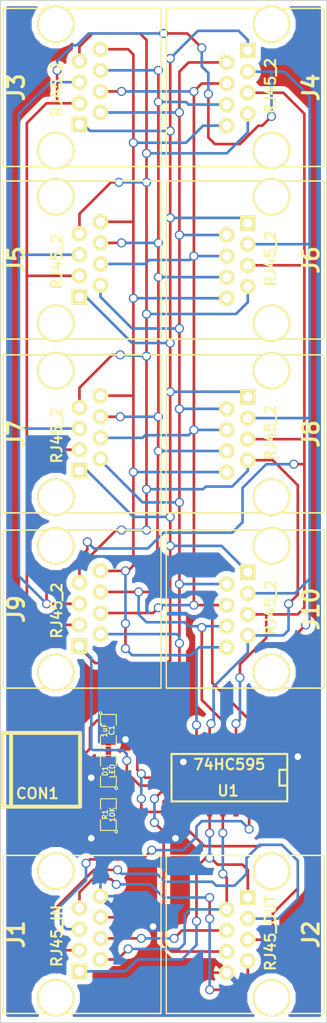
<source format=kicad_pcb>
(kicad_pcb (version 3) (host pcbnew "(22-Jun-2014 BZR 4027)-stable")

  (general
    (links 85)
    (no_connects 0)
    (area 18.4404 39.573999 51.637001 138.226001)
    (thickness 1.6)
    (drawings 4)
    (tracks 551)
    (zones 0)
    (modules 15)
    (nets 20)
  )

  (page A4 portrait)
  (layers
    (15 F.Cu signal)
    (0 B.Cu signal)
    (16 B.Adhes user)
    (17 F.Adhes user)
    (18 B.Paste user)
    (19 F.Paste user)
    (20 B.SilkS user)
    (21 F.SilkS user)
    (22 B.Mask user)
    (23 F.Mask user)
    (24 Dwgs.User user)
    (25 Cmts.User user)
    (26 Eco1.User user)
    (27 Eco2.User user)
    (28 Edge.Cuts user)
  )

  (setup
    (last_trace_width 0.254)
    (trace_clearance 0.254)
    (zone_clearance 0.508)
    (zone_45_only no)
    (trace_min 0.254)
    (segment_width 0.2)
    (edge_width 0.1)
    (via_size 0.889)
    (via_drill 0.635)
    (via_min_size 0.889)
    (via_min_drill 0.508)
    (uvia_size 0.508)
    (uvia_drill 0.127)
    (uvias_allowed no)
    (uvia_min_size 0.508)
    (uvia_min_drill 0.127)
    (pcb_text_width 0.3)
    (pcb_text_size 1.5 1.5)
    (mod_edge_width 0.15)
    (mod_text_size 1 1)
    (mod_text_width 0.15)
    (pad_size 1.5 1.5)
    (pad_drill 0.6)
    (pad_to_mask_clearance 0)
    (aux_axis_origin 0 0)
    (visible_elements 7FFFFFFF)
    (pcbplotparams
      (layerselection 3178497)
      (usegerberextensions true)
      (excludeedgelayer true)
      (linewidth 0.150000)
      (plotframeref false)
      (viasonmask false)
      (mode 1)
      (useauxorigin false)
      (hpglpennumber 1)
      (hpglpenspeed 20)
      (hpglpendiameter 15)
      (hpglpenoverlay 2)
      (psnegative false)
      (psa4output false)
      (plotreference true)
      (plotvalue true)
      (plotothertext true)
      (plotinvisibletext false)
      (padsonsilk false)
      (subtractmaskfromsilk false)
      (outputformat 1)
      (mirror false)
      (drillshape 1)
      (scaleselection 1)
      (outputdirectory ""))
  )

  (net 0 "")
  (net 1 /A1)
  (net 2 /A2)
  (net 3 /A3)
  (net 4 /A4)
  (net 5 /A5)
  (net 6 /A6)
  (net 7 /A7)
  (net 8 /A8)
  (net 9 GND)
  (net 10 N-0000014)
  (net 11 N-0000015)
  (net 12 N-0000016)
  (net 13 N-0000018)
  (net 14 N-0000019)
  (net 15 N-0000020)
  (net 16 N-0000021)
  (net 17 N-0000022)
  (net 18 N-0000023)
  (net 19 VCC)

  (net_class Default "This is the default net class."
    (clearance 0.254)
    (trace_width 0.254)
    (via_dia 0.889)
    (via_drill 0.635)
    (uvia_dia 0.508)
    (uvia_drill 0.127)
    (add_net "")
    (add_net /A1)
    (add_net /A2)
    (add_net /A3)
    (add_net /A4)
    (add_net /A5)
    (add_net /A6)
    (add_net /A7)
    (add_net /A8)
    (add_net GND)
    (add_net N-0000014)
    (add_net N-0000015)
    (add_net N-0000016)
    (add_net N-0000018)
    (add_net N-0000019)
    (add_net N-0000020)
    (add_net N-0000021)
    (add_net N-0000022)
    (add_net N-0000023)
    (add_net VCC)
  )

  (module SO16N (layer F.Cu) (tedit 200000) (tstamp 610E3FB1)
    (at 42.164 114.554 180)
    (descr "Module CMS SOJ 16 pins large")
    (tags "CMS SOJ")
    (path /60E03E08)
    (attr smd)
    (fp_text reference U1 (at 0.127 -1.27 180) (layer F.SilkS)
      (effects (font (size 1.016 1.016) (thickness 0.2032)))
    )
    (fp_text value 74HC595 (at 0 1.27 180) (layer F.SilkS)
      (effects (font (size 1.016 1.016) (thickness 0.2032)))
    )
    (fp_line (start -5.588 -0.762) (end -4.826 -0.762) (layer F.SilkS) (width 0.2032))
    (fp_line (start -4.826 -0.762) (end -4.826 0.762) (layer F.SilkS) (width 0.2032))
    (fp_line (start -4.826 0.762) (end -5.588 0.762) (layer F.SilkS) (width 0.2032))
    (fp_line (start 5.588 -2.286) (end 5.588 2.286) (layer F.SilkS) (width 0.2032))
    (fp_line (start 5.588 2.286) (end -5.588 2.286) (layer F.SilkS) (width 0.2032))
    (fp_line (start -5.588 2.286) (end -5.588 -2.286) (layer F.SilkS) (width 0.2032))
    (fp_line (start -5.588 -2.286) (end 5.588 -2.286) (layer F.SilkS) (width 0.2032))
    (pad 16 smd rect (at -4.445 -3.175 180) (size 0.508 1.143)
      (layers F.Cu F.Paste F.Mask)
      (net 19 VCC)
    )
    (pad 14 smd rect (at -1.905 -3.175 180) (size 0.508 1.143)
      (layers F.Cu F.Paste F.Mask)
      (net 10 N-0000014)
    )
    (pad 13 smd rect (at -0.635 -3.175 180) (size 0.508 1.143)
      (layers F.Cu F.Paste F.Mask)
      (net 13 N-0000018)
    )
    (pad 12 smd rect (at 0.635 -3.175 180) (size 0.508 1.143)
      (layers F.Cu F.Paste F.Mask)
      (net 14 N-0000019)
    )
    (pad 11 smd rect (at 1.905 -3.175 180) (size 0.508 1.143)
      (layers F.Cu F.Paste F.Mask)
      (net 15 N-0000020)
    )
    (pad 10 smd rect (at 3.175 -3.175 180) (size 0.508 1.143)
      (layers F.Cu F.Paste F.Mask)
      (net 19 VCC)
    )
    (pad 9 smd rect (at 4.445 -3.175 180) (size 0.508 1.143)
      (layers F.Cu F.Paste F.Mask)
      (net 12 N-0000016)
    )
    (pad 8 smd rect (at 4.445 3.175 180) (size 0.508 1.143)
      (layers F.Cu F.Paste F.Mask)
      (net 9 GND)
    )
    (pad 7 smd rect (at 3.175 3.175 180) (size 0.508 1.143)
      (layers F.Cu F.Paste F.Mask)
      (net 8 /A8)
    )
    (pad 6 smd rect (at 1.905 3.175 180) (size 0.508 1.143)
      (layers F.Cu F.Paste F.Mask)
      (net 7 /A7)
    )
    (pad 5 smd rect (at 0.635 3.175 180) (size 0.508 1.143)
      (layers F.Cu F.Paste F.Mask)
      (net 6 /A6)
    )
    (pad 4 smd rect (at -0.635 3.175 180) (size 0.508 1.143)
      (layers F.Cu F.Paste F.Mask)
      (net 5 /A5)
    )
    (pad 3 smd rect (at -1.905 3.175 180) (size 0.508 1.143)
      (layers F.Cu F.Paste F.Mask)
      (net 4 /A4)
    )
    (pad 2 smd rect (at -3.175 3.175 180) (size 0.508 1.143)
      (layers F.Cu F.Paste F.Mask)
      (net 3 /A3)
    )
    (pad 1 smd rect (at -4.445 3.175 180) (size 0.508 1.143)
      (layers F.Cu F.Paste F.Mask)
      (net 2 /A2)
    )
    (pad 15 smd rect (at -3.175 -3.175 180) (size 0.508 1.143)
      (layers F.Cu F.Paste F.Mask)
      (net 1 /A1)
    )
    (model smd/cms_so16.wrl
      (at (xyz 0 0 0))
      (scale (xyz 0.5 0.4 0.5))
      (rotate (xyz 0 0 0))
    )
  )

  (module SM0805 (layer F.Cu) (tedit 5091495C) (tstamp 610E3FBE)
    (at 30.48 109.982 270)
    (path /60E03F69)
    (attr smd)
    (fp_text reference C1 (at 0 -0.3175 270) (layer F.SilkS)
      (effects (font (size 0.50038 0.50038) (thickness 0.10922)))
    )
    (fp_text value 1uF (at 0 0.381 270) (layer F.SilkS)
      (effects (font (size 0.50038 0.50038) (thickness 0.10922)))
    )
    (fp_circle (center -1.651 0.762) (end -1.651 0.635) (layer F.SilkS) (width 0.09906))
    (fp_line (start -0.508 0.762) (end -1.524 0.762) (layer F.SilkS) (width 0.09906))
    (fp_line (start -1.524 0.762) (end -1.524 -0.762) (layer F.SilkS) (width 0.09906))
    (fp_line (start -1.524 -0.762) (end -0.508 -0.762) (layer F.SilkS) (width 0.09906))
    (fp_line (start 0.508 -0.762) (end 1.524 -0.762) (layer F.SilkS) (width 0.09906))
    (fp_line (start 1.524 -0.762) (end 1.524 0.762) (layer F.SilkS) (width 0.09906))
    (fp_line (start 1.524 0.762) (end 0.508 0.762) (layer F.SilkS) (width 0.09906))
    (pad 1 smd rect (at -0.9525 0 270) (size 0.889 1.397)
      (layers F.Cu F.Paste F.Mask)
      (net 19 VCC)
    )
    (pad 2 smd rect (at 0.9525 0 270) (size 0.889 1.397)
      (layers F.Cu F.Paste F.Mask)
      (net 9 GND)
    )
    (model smd/chip_cms.wrl
      (at (xyz 0 0 0))
      (scale (xyz 0.1 0.1 0.1))
      (rotate (xyz 0 0 0))
    )
  )

  (module SM0805 (layer F.Cu) (tedit 5091495C) (tstamp 610E3FCB)
    (at 30.48 113.919 90)
    (path /60E03F7D)
    (attr smd)
    (fp_text reference D1 (at 0 -0.3175 90) (layer F.SilkS)
      (effects (font (size 0.50038 0.50038) (thickness 0.10922)))
    )
    (fp_text value LED (at 0 0.381 90) (layer F.SilkS)
      (effects (font (size 0.50038 0.50038) (thickness 0.10922)))
    )
    (fp_circle (center -1.651 0.762) (end -1.651 0.635) (layer F.SilkS) (width 0.09906))
    (fp_line (start -0.508 0.762) (end -1.524 0.762) (layer F.SilkS) (width 0.09906))
    (fp_line (start -1.524 0.762) (end -1.524 -0.762) (layer F.SilkS) (width 0.09906))
    (fp_line (start -1.524 -0.762) (end -0.508 -0.762) (layer F.SilkS) (width 0.09906))
    (fp_line (start 0.508 -0.762) (end 1.524 -0.762) (layer F.SilkS) (width 0.09906))
    (fp_line (start 1.524 -0.762) (end 1.524 0.762) (layer F.SilkS) (width 0.09906))
    (fp_line (start 1.524 0.762) (end 0.508 0.762) (layer F.SilkS) (width 0.09906))
    (pad 1 smd rect (at -0.9525 0 90) (size 0.889 1.397)
      (layers F.Cu F.Paste F.Mask)
      (net 11 N-0000015)
    )
    (pad 2 smd rect (at 0.9525 0 90) (size 0.889 1.397)
      (layers F.Cu F.Paste F.Mask)
      (net 9 GND)
    )
    (model smd/chip_cms.wrl
      (at (xyz 0 0 0))
      (scale (xyz 0.1 0.1 0.1))
      (rotate (xyz 0 0 0))
    )
  )

  (module SM0805 (layer F.Cu) (tedit 5091495C) (tstamp 610E41DC)
    (at 30.48 118.11 90)
    (path /60E03F8C)
    (attr smd)
    (fp_text reference R1 (at 0 -0.3175 90) (layer F.SilkS)
      (effects (font (size 0.50038 0.50038) (thickness 0.10922)))
    )
    (fp_text value 10K (at 0 0.381 90) (layer F.SilkS)
      (effects (font (size 0.50038 0.50038) (thickness 0.10922)))
    )
    (fp_circle (center -1.651 0.762) (end -1.651 0.635) (layer F.SilkS) (width 0.09906))
    (fp_line (start -0.508 0.762) (end -1.524 0.762) (layer F.SilkS) (width 0.09906))
    (fp_line (start -1.524 0.762) (end -1.524 -0.762) (layer F.SilkS) (width 0.09906))
    (fp_line (start -1.524 -0.762) (end -0.508 -0.762) (layer F.SilkS) (width 0.09906))
    (fp_line (start 0.508 -0.762) (end 1.524 -0.762) (layer F.SilkS) (width 0.09906))
    (fp_line (start 1.524 -0.762) (end 1.524 0.762) (layer F.SilkS) (width 0.09906))
    (fp_line (start 1.524 0.762) (end 0.508 0.762) (layer F.SilkS) (width 0.09906))
    (pad 1 smd rect (at -0.9525 0 90) (size 0.889 1.397)
      (layers F.Cu F.Paste F.Mask)
      (net 19 VCC)
    )
    (pad 2 smd rect (at 0.9525 0 90) (size 0.889 1.397)
      (layers F.Cu F.Paste F.Mask)
      (net 11 N-0000015)
    )
    (model smd/chip_cms.wrl
      (at (xyz 0 0 0))
      (scale (xyz 0.1 0.1 0.1))
      (rotate (xyz 0 0 0))
    )
  )

  (module RJ45_8_io0 (layer F.Cu) (tedit 5E9D6976) (tstamp 610E433D)
    (at 46.228 129.667 90)
    (tags RJ45_8_io0)
    (path /60E03DB2)
    (fp_text reference J2 (at 0 3.81 90) (layer F.SilkS)
      (effects (font (size 1.524 1.524) (thickness 0.3048)))
    )
    (fp_text value RJ45_OUT (at 0.14224 -0.1016 90) (layer F.SilkS)
      (effects (font (size 1.00076 1.00076) (thickness 0.2032)))
    )
    (fp_line (start 7.62 -10.16) (end 7.62 5.08) (layer F.SilkS) (width 0.15))
    (fp_line (start -7.62 5.08) (end 7.62 5.08) (layer F.SilkS) (width 0.15))
    (fp_line (start -7.62 -10.16) (end -7.62 5.08) (layer F.SilkS) (width 0.15))
    (fp_line (start 7.62 -10.16) (end -7.62 -10.16) (layer F.SilkS) (width 0.127))
    (pad Hole thru_hole circle (at 6.096 0 90) (size 3.64998 3.64998) (drill 3.2512)
      (layers *.Cu *.Mask F.SilkS)
    )
    (pad Hole thru_hole circle (at -6.096 0 90) (size 3.64998 3.64998) (drill 3.2512)
      (layers *.Cu *.Mask F.SilkS)
    )
    (pad 1 thru_hole rect (at 3.556 -2.286 270) (size 1.50114 1.50114) (drill 0.89916)
      (layers *.Cu *.Mask F.SilkS)
      (net 15 N-0000020)
    )
    (pad 2 thru_hole circle (at 2.413 -4.318 270) (size 1.50114 1.50114) (drill 0.89916)
      (layers *.Cu *.Mask F.SilkS)
      (net 14 N-0000019)
    )
    (pad 3 thru_hole circle (at 1.524 -2.286 270) (size 1.50114 1.50114) (drill 0.89916)
      (layers *.Cu *.Mask F.SilkS)
      (net 18 N-0000023)
    )
    (pad 4 thru_hole circle (at 0.381 -4.318 270) (size 1.50114 1.50114) (drill 0.89916)
      (layers *.Cu *.Mask F.SilkS)
      (net 17 N-0000022)
    )
    (pad 5 thru_hole circle (at -0.508 -2.286 270) (size 1.50114 1.50114) (drill 0.89916)
      (layers *.Cu *.Mask F.SilkS)
      (net 12 N-0000016)
    )
    (pad 6 thru_hole circle (at -1.651 -4.318 270) (size 1.50114 1.50114) (drill 0.89916)
      (layers *.Cu *.Mask F.SilkS)
      (net 13 N-0000018)
    )
    (pad 7 thru_hole circle (at -2.54 -2.286 270) (size 1.50114 1.50114) (drill 0.89916)
      (layers *.Cu *.Mask F.SilkS)
      (net 16 N-0000021)
    )
    (pad 8 thru_hole circle (at -3.683 -4.318 270) (size 1.50114 1.50114) (drill 0.89916)
      (layers *.Cu *.Mask F.SilkS)
      (net 9 GND)
    )
    (model connectors/RJ45_8.wrl
      (at (xyz 0 0 0))
      (scale (xyz 0.4 0.4 0.4))
      (rotate (xyz 0 0 0))
    )
  )

  (module RJ45_8_io0 (layer F.Cu) (tedit 5E9D6976) (tstamp 610E3FFC)
    (at 25.4 129.667 270)
    (tags RJ45_8_io0)
    (path /60E03DDA)
    (fp_text reference J1 (at 0 3.81 270) (layer F.SilkS)
      (effects (font (size 1.524 1.524) (thickness 0.3048)))
    )
    (fp_text value RJ45_IN (at 0.14224 -0.1016 270) (layer F.SilkS)
      (effects (font (size 1.00076 1.00076) (thickness 0.2032)))
    )
    (fp_line (start 7.62 -10.16) (end 7.62 5.08) (layer F.SilkS) (width 0.15))
    (fp_line (start -7.62 5.08) (end 7.62 5.08) (layer F.SilkS) (width 0.15))
    (fp_line (start -7.62 -10.16) (end -7.62 5.08) (layer F.SilkS) (width 0.15))
    (fp_line (start 7.62 -10.16) (end -7.62 -10.16) (layer F.SilkS) (width 0.127))
    (pad Hole thru_hole circle (at 6.096 0 270) (size 3.64998 3.64998) (drill 3.2512)
      (layers *.Cu *.Mask F.SilkS)
    )
    (pad Hole thru_hole circle (at -6.096 0 270) (size 3.64998 3.64998) (drill 3.2512)
      (layers *.Cu *.Mask F.SilkS)
    )
    (pad 1 thru_hole rect (at 3.556 -2.286 90) (size 1.50114 1.50114) (drill 0.89916)
      (layers *.Cu *.Mask F.SilkS)
      (net 15 N-0000020)
    )
    (pad 2 thru_hole circle (at 2.413 -4.318 90) (size 1.50114 1.50114) (drill 0.89916)
      (layers *.Cu *.Mask F.SilkS)
      (net 14 N-0000019)
    )
    (pad 3 thru_hole circle (at 1.524 -2.286 90) (size 1.50114 1.50114) (drill 0.89916)
      (layers *.Cu *.Mask F.SilkS)
      (net 18 N-0000023)
    )
    (pad 4 thru_hole circle (at 0.381 -4.318 90) (size 1.50114 1.50114) (drill 0.89916)
      (layers *.Cu *.Mask F.SilkS)
      (net 17 N-0000022)
    )
    (pad 5 thru_hole circle (at -0.508 -2.286 90) (size 1.50114 1.50114) (drill 0.89916)
      (layers *.Cu *.Mask F.SilkS)
      (net 10 N-0000014)
    )
    (pad 6 thru_hole circle (at -1.651 -4.318 90) (size 1.50114 1.50114) (drill 0.89916)
      (layers *.Cu *.Mask F.SilkS)
      (net 13 N-0000018)
    )
    (pad 7 thru_hole circle (at -2.54 -2.286 90) (size 1.50114 1.50114) (drill 0.89916)
      (layers *.Cu *.Mask F.SilkS)
      (net 16 N-0000021)
    )
    (pad 8 thru_hole circle (at -3.683 -4.318 90) (size 1.50114 1.50114) (drill 0.89916)
      (layers *.Cu *.Mask F.SilkS)
      (net 9 GND)
    )
    (model connectors/RJ45_8.wrl
      (at (xyz 0 0 0))
      (scale (xyz 0.4 0.4 0.4))
      (rotate (xyz 0 0 0))
    )
  )

  (module RJ45_8_io0 (layer F.Cu) (tedit 5E9D6976) (tstamp 610E400E)
    (at 25.4 48.006 270)
    (tags RJ45_8_io0)
    (path /610E3A31)
    (fp_text reference J3 (at 0 3.81 270) (layer F.SilkS)
      (effects (font (size 1.524 1.524) (thickness 0.3048)))
    )
    (fp_text value RJ45_2 (at 0.14224 -0.1016 270) (layer F.SilkS)
      (effects (font (size 1.00076 1.00076) (thickness 0.2032)))
    )
    (fp_line (start 7.62 -10.16) (end 7.62 5.08) (layer F.SilkS) (width 0.15))
    (fp_line (start -7.62 5.08) (end 7.62 5.08) (layer F.SilkS) (width 0.15))
    (fp_line (start -7.62 -10.16) (end -7.62 5.08) (layer F.SilkS) (width 0.15))
    (fp_line (start 7.62 -10.16) (end -7.62 -10.16) (layer F.SilkS) (width 0.127))
    (pad Hole thru_hole circle (at 6.096 0 270) (size 3.64998 3.64998) (drill 3.2512)
      (layers *.Cu *.Mask F.SilkS)
    )
    (pad Hole thru_hole circle (at -6.096 0 270) (size 3.64998 3.64998) (drill 3.2512)
      (layers *.Cu *.Mask F.SilkS)
    )
    (pad 1 thru_hole rect (at 3.556 -2.286 90) (size 1.50114 1.50114) (drill 0.89916)
      (layers *.Cu *.Mask F.SilkS)
      (net 1 /A1)
    )
    (pad 2 thru_hole circle (at 2.413 -4.318 90) (size 1.50114 1.50114) (drill 0.89916)
      (layers *.Cu *.Mask F.SilkS)
      (net 2 /A2)
    )
    (pad 3 thru_hole circle (at 1.524 -2.286 90) (size 1.50114 1.50114) (drill 0.89916)
      (layers *.Cu *.Mask F.SilkS)
      (net 3 /A3)
    )
    (pad 4 thru_hole circle (at 0.381 -4.318 90) (size 1.50114 1.50114) (drill 0.89916)
      (layers *.Cu *.Mask F.SilkS)
      (net 4 /A4)
    )
    (pad 5 thru_hole circle (at -0.508 -2.286 90) (size 1.50114 1.50114) (drill 0.89916)
      (layers *.Cu *.Mask F.SilkS)
      (net 5 /A5)
    )
    (pad 6 thru_hole circle (at -1.651 -4.318 90) (size 1.50114 1.50114) (drill 0.89916)
      (layers *.Cu *.Mask F.SilkS)
      (net 6 /A6)
    )
    (pad 7 thru_hole circle (at -2.54 -2.286 90) (size 1.50114 1.50114) (drill 0.89916)
      (layers *.Cu *.Mask F.SilkS)
      (net 7 /A7)
    )
    (pad 8 thru_hole circle (at -3.683 -4.318 90) (size 1.50114 1.50114) (drill 0.89916)
      (layers *.Cu *.Mask F.SilkS)
      (net 8 /A8)
    )
    (model connectors/RJ45_8.wrl
      (at (xyz 0 0 0))
      (scale (xyz 0.4 0.4 0.4))
      (rotate (xyz 0 0 0))
    )
  )

  (module RJ45_8_io0 (layer F.Cu) (tedit 5E9D6976) (tstamp 610E4020)
    (at 46.228 48.006 90)
    (tags RJ45_8_io0)
    (path /610E3A69)
    (fp_text reference J4 (at 0 3.81 90) (layer F.SilkS)
      (effects (font (size 1.524 1.524) (thickness 0.3048)))
    )
    (fp_text value RJ45_2 (at 0.14224 -0.1016 90) (layer F.SilkS)
      (effects (font (size 1.00076 1.00076) (thickness 0.2032)))
    )
    (fp_line (start 7.62 -10.16) (end 7.62 5.08) (layer F.SilkS) (width 0.15))
    (fp_line (start -7.62 5.08) (end 7.62 5.08) (layer F.SilkS) (width 0.15))
    (fp_line (start -7.62 -10.16) (end -7.62 5.08) (layer F.SilkS) (width 0.15))
    (fp_line (start 7.62 -10.16) (end -7.62 -10.16) (layer F.SilkS) (width 0.127))
    (pad Hole thru_hole circle (at 6.096 0 90) (size 3.64998 3.64998) (drill 3.2512)
      (layers *.Cu *.Mask F.SilkS)
    )
    (pad Hole thru_hole circle (at -6.096 0 90) (size 3.64998 3.64998) (drill 3.2512)
      (layers *.Cu *.Mask F.SilkS)
    )
    (pad 1 thru_hole rect (at 3.556 -2.286 270) (size 1.50114 1.50114) (drill 0.89916)
      (layers *.Cu *.Mask F.SilkS)
      (net 1 /A1)
    )
    (pad 2 thru_hole circle (at 2.413 -4.318 270) (size 1.50114 1.50114) (drill 0.89916)
      (layers *.Cu *.Mask F.SilkS)
      (net 2 /A2)
    )
    (pad 3 thru_hole circle (at 1.524 -2.286 270) (size 1.50114 1.50114) (drill 0.89916)
      (layers *.Cu *.Mask F.SilkS)
      (net 3 /A3)
    )
    (pad 4 thru_hole circle (at 0.381 -4.318 270) (size 1.50114 1.50114) (drill 0.89916)
      (layers *.Cu *.Mask F.SilkS)
      (net 4 /A4)
    )
    (pad 5 thru_hole circle (at -0.508 -2.286 270) (size 1.50114 1.50114) (drill 0.89916)
      (layers *.Cu *.Mask F.SilkS)
      (net 5 /A5)
    )
    (pad 6 thru_hole circle (at -1.651 -4.318 270) (size 1.50114 1.50114) (drill 0.89916)
      (layers *.Cu *.Mask F.SilkS)
      (net 6 /A6)
    )
    (pad 7 thru_hole circle (at -2.54 -2.286 270) (size 1.50114 1.50114) (drill 0.89916)
      (layers *.Cu *.Mask F.SilkS)
      (net 7 /A7)
    )
    (pad 8 thru_hole circle (at -3.683 -4.318 270) (size 1.50114 1.50114) (drill 0.89916)
      (layers *.Cu *.Mask F.SilkS)
      (net 8 /A8)
    )
    (model connectors/RJ45_8.wrl
      (at (xyz 0 0 0))
      (scale (xyz 0.4 0.4 0.4))
      (rotate (xyz 0 0 0))
    )
  )

  (module RJ45_8_io0 (layer F.Cu) (tedit 5E9D6976) (tstamp 610E4032)
    (at 25.4 64.643 270)
    (tags RJ45_8_io0)
    (path /610E3A73)
    (fp_text reference J5 (at 0 3.81 270) (layer F.SilkS)
      (effects (font (size 1.524 1.524) (thickness 0.3048)))
    )
    (fp_text value RJ45_2 (at 0.14224 -0.1016 270) (layer F.SilkS)
      (effects (font (size 1.00076 1.00076) (thickness 0.2032)))
    )
    (fp_line (start 7.62 -10.16) (end 7.62 5.08) (layer F.SilkS) (width 0.15))
    (fp_line (start -7.62 5.08) (end 7.62 5.08) (layer F.SilkS) (width 0.15))
    (fp_line (start -7.62 -10.16) (end -7.62 5.08) (layer F.SilkS) (width 0.15))
    (fp_line (start 7.62 -10.16) (end -7.62 -10.16) (layer F.SilkS) (width 0.127))
    (pad Hole thru_hole circle (at 6.096 0 270) (size 3.64998 3.64998) (drill 3.2512)
      (layers *.Cu *.Mask F.SilkS)
    )
    (pad Hole thru_hole circle (at -6.096 0 270) (size 3.64998 3.64998) (drill 3.2512)
      (layers *.Cu *.Mask F.SilkS)
    )
    (pad 1 thru_hole rect (at 3.556 -2.286 90) (size 1.50114 1.50114) (drill 0.89916)
      (layers *.Cu *.Mask F.SilkS)
      (net 1 /A1)
    )
    (pad 2 thru_hole circle (at 2.413 -4.318 90) (size 1.50114 1.50114) (drill 0.89916)
      (layers *.Cu *.Mask F.SilkS)
      (net 2 /A2)
    )
    (pad 3 thru_hole circle (at 1.524 -2.286 90) (size 1.50114 1.50114) (drill 0.89916)
      (layers *.Cu *.Mask F.SilkS)
      (net 3 /A3)
    )
    (pad 4 thru_hole circle (at 0.381 -4.318 90) (size 1.50114 1.50114) (drill 0.89916)
      (layers *.Cu *.Mask F.SilkS)
      (net 4 /A4)
    )
    (pad 5 thru_hole circle (at -0.508 -2.286 90) (size 1.50114 1.50114) (drill 0.89916)
      (layers *.Cu *.Mask F.SilkS)
      (net 5 /A5)
    )
    (pad 6 thru_hole circle (at -1.651 -4.318 90) (size 1.50114 1.50114) (drill 0.89916)
      (layers *.Cu *.Mask F.SilkS)
      (net 6 /A6)
    )
    (pad 7 thru_hole circle (at -2.54 -2.286 90) (size 1.50114 1.50114) (drill 0.89916)
      (layers *.Cu *.Mask F.SilkS)
      (net 7 /A7)
    )
    (pad 8 thru_hole circle (at -3.683 -4.318 90) (size 1.50114 1.50114) (drill 0.89916)
      (layers *.Cu *.Mask F.SilkS)
      (net 8 /A8)
    )
    (model connectors/RJ45_8.wrl
      (at (xyz 0 0 0))
      (scale (xyz 0.4 0.4 0.4))
      (rotate (xyz 0 0 0))
    )
  )

  (module RJ45_8_io0 (layer F.Cu) (tedit 5E9D6976) (tstamp 610E4044)
    (at 46.228 64.643 90)
    (tags RJ45_8_io0)
    (path /610E3A8B)
    (fp_text reference J6 (at 0 3.81 90) (layer F.SilkS)
      (effects (font (size 1.524 1.524) (thickness 0.3048)))
    )
    (fp_text value RJ45_2 (at 0.14224 -0.1016 90) (layer F.SilkS)
      (effects (font (size 1.00076 1.00076) (thickness 0.2032)))
    )
    (fp_line (start 7.62 -10.16) (end 7.62 5.08) (layer F.SilkS) (width 0.15))
    (fp_line (start -7.62 5.08) (end 7.62 5.08) (layer F.SilkS) (width 0.15))
    (fp_line (start -7.62 -10.16) (end -7.62 5.08) (layer F.SilkS) (width 0.15))
    (fp_line (start 7.62 -10.16) (end -7.62 -10.16) (layer F.SilkS) (width 0.127))
    (pad Hole thru_hole circle (at 6.096 0 90) (size 3.64998 3.64998) (drill 3.2512)
      (layers *.Cu *.Mask F.SilkS)
    )
    (pad Hole thru_hole circle (at -6.096 0 90) (size 3.64998 3.64998) (drill 3.2512)
      (layers *.Cu *.Mask F.SilkS)
    )
    (pad 1 thru_hole rect (at 3.556 -2.286 270) (size 1.50114 1.50114) (drill 0.89916)
      (layers *.Cu *.Mask F.SilkS)
      (net 1 /A1)
    )
    (pad 2 thru_hole circle (at 2.413 -4.318 270) (size 1.50114 1.50114) (drill 0.89916)
      (layers *.Cu *.Mask F.SilkS)
      (net 2 /A2)
    )
    (pad 3 thru_hole circle (at 1.524 -2.286 270) (size 1.50114 1.50114) (drill 0.89916)
      (layers *.Cu *.Mask F.SilkS)
      (net 3 /A3)
    )
    (pad 4 thru_hole circle (at 0.381 -4.318 270) (size 1.50114 1.50114) (drill 0.89916)
      (layers *.Cu *.Mask F.SilkS)
      (net 4 /A4)
    )
    (pad 5 thru_hole circle (at -0.508 -2.286 270) (size 1.50114 1.50114) (drill 0.89916)
      (layers *.Cu *.Mask F.SilkS)
      (net 5 /A5)
    )
    (pad 6 thru_hole circle (at -1.651 -4.318 270) (size 1.50114 1.50114) (drill 0.89916)
      (layers *.Cu *.Mask F.SilkS)
      (net 6 /A6)
    )
    (pad 7 thru_hole circle (at -2.54 -2.286 270) (size 1.50114 1.50114) (drill 0.89916)
      (layers *.Cu *.Mask F.SilkS)
      (net 7 /A7)
    )
    (pad 8 thru_hole circle (at -3.683 -4.318 270) (size 1.50114 1.50114) (drill 0.89916)
      (layers *.Cu *.Mask F.SilkS)
      (net 8 /A8)
    )
    (model connectors/RJ45_8.wrl
      (at (xyz 0 0 0))
      (scale (xyz 0.4 0.4 0.4))
      (rotate (xyz 0 0 0))
    )
  )

  (module RJ45_8_io0 (layer F.Cu) (tedit 5E9D6976) (tstamp 610E4056)
    (at 25.4 81.407 270)
    (tags RJ45_8_io0)
    (path /610E3AC7)
    (fp_text reference J7 (at 0 3.81 270) (layer F.SilkS)
      (effects (font (size 1.524 1.524) (thickness 0.3048)))
    )
    (fp_text value RJ45_2 (at 0.14224 -0.1016 270) (layer F.SilkS)
      (effects (font (size 1.00076 1.00076) (thickness 0.2032)))
    )
    (fp_line (start 7.62 -10.16) (end 7.62 5.08) (layer F.SilkS) (width 0.15))
    (fp_line (start -7.62 5.08) (end 7.62 5.08) (layer F.SilkS) (width 0.15))
    (fp_line (start -7.62 -10.16) (end -7.62 5.08) (layer F.SilkS) (width 0.15))
    (fp_line (start 7.62 -10.16) (end -7.62 -10.16) (layer F.SilkS) (width 0.127))
    (pad Hole thru_hole circle (at 6.096 0 270) (size 3.64998 3.64998) (drill 3.2512)
      (layers *.Cu *.Mask F.SilkS)
    )
    (pad Hole thru_hole circle (at -6.096 0 270) (size 3.64998 3.64998) (drill 3.2512)
      (layers *.Cu *.Mask F.SilkS)
    )
    (pad 1 thru_hole rect (at 3.556 -2.286 90) (size 1.50114 1.50114) (drill 0.89916)
      (layers *.Cu *.Mask F.SilkS)
      (net 1 /A1)
    )
    (pad 2 thru_hole circle (at 2.413 -4.318 90) (size 1.50114 1.50114) (drill 0.89916)
      (layers *.Cu *.Mask F.SilkS)
      (net 2 /A2)
    )
    (pad 3 thru_hole circle (at 1.524 -2.286 90) (size 1.50114 1.50114) (drill 0.89916)
      (layers *.Cu *.Mask F.SilkS)
      (net 3 /A3)
    )
    (pad 4 thru_hole circle (at 0.381 -4.318 90) (size 1.50114 1.50114) (drill 0.89916)
      (layers *.Cu *.Mask F.SilkS)
      (net 4 /A4)
    )
    (pad 5 thru_hole circle (at -0.508 -2.286 90) (size 1.50114 1.50114) (drill 0.89916)
      (layers *.Cu *.Mask F.SilkS)
      (net 5 /A5)
    )
    (pad 6 thru_hole circle (at -1.651 -4.318 90) (size 1.50114 1.50114) (drill 0.89916)
      (layers *.Cu *.Mask F.SilkS)
      (net 6 /A6)
    )
    (pad 7 thru_hole circle (at -2.54 -2.286 90) (size 1.50114 1.50114) (drill 0.89916)
      (layers *.Cu *.Mask F.SilkS)
      (net 7 /A7)
    )
    (pad 8 thru_hole circle (at -3.683 -4.318 90) (size 1.50114 1.50114) (drill 0.89916)
      (layers *.Cu *.Mask F.SilkS)
      (net 8 /A8)
    )
    (model connectors/RJ45_8.wrl
      (at (xyz 0 0 0))
      (scale (xyz 0.4 0.4 0.4))
      (rotate (xyz 0 0 0))
    )
  )

  (module RJ45_8_io0 (layer F.Cu) (tedit 5E9D6976) (tstamp 610E4068)
    (at 46.228 81.407 90)
    (tags RJ45_8_io0)
    (path /610E3ACD)
    (fp_text reference J8 (at 0 3.81 90) (layer F.SilkS)
      (effects (font (size 1.524 1.524) (thickness 0.3048)))
    )
    (fp_text value RJ45_2 (at 0.14224 -0.1016 90) (layer F.SilkS)
      (effects (font (size 1.00076 1.00076) (thickness 0.2032)))
    )
    (fp_line (start 7.62 -10.16) (end 7.62 5.08) (layer F.SilkS) (width 0.15))
    (fp_line (start -7.62 5.08) (end 7.62 5.08) (layer F.SilkS) (width 0.15))
    (fp_line (start -7.62 -10.16) (end -7.62 5.08) (layer F.SilkS) (width 0.15))
    (fp_line (start 7.62 -10.16) (end -7.62 -10.16) (layer F.SilkS) (width 0.127))
    (pad Hole thru_hole circle (at 6.096 0 90) (size 3.64998 3.64998) (drill 3.2512)
      (layers *.Cu *.Mask F.SilkS)
    )
    (pad Hole thru_hole circle (at -6.096 0 90) (size 3.64998 3.64998) (drill 3.2512)
      (layers *.Cu *.Mask F.SilkS)
    )
    (pad 1 thru_hole rect (at 3.556 -2.286 270) (size 1.50114 1.50114) (drill 0.89916)
      (layers *.Cu *.Mask F.SilkS)
      (net 1 /A1)
    )
    (pad 2 thru_hole circle (at 2.413 -4.318 270) (size 1.50114 1.50114) (drill 0.89916)
      (layers *.Cu *.Mask F.SilkS)
      (net 2 /A2)
    )
    (pad 3 thru_hole circle (at 1.524 -2.286 270) (size 1.50114 1.50114) (drill 0.89916)
      (layers *.Cu *.Mask F.SilkS)
      (net 3 /A3)
    )
    (pad 4 thru_hole circle (at 0.381 -4.318 270) (size 1.50114 1.50114) (drill 0.89916)
      (layers *.Cu *.Mask F.SilkS)
      (net 4 /A4)
    )
    (pad 5 thru_hole circle (at -0.508 -2.286 270) (size 1.50114 1.50114) (drill 0.89916)
      (layers *.Cu *.Mask F.SilkS)
      (net 5 /A5)
    )
    (pad 6 thru_hole circle (at -1.651 -4.318 270) (size 1.50114 1.50114) (drill 0.89916)
      (layers *.Cu *.Mask F.SilkS)
      (net 6 /A6)
    )
    (pad 7 thru_hole circle (at -2.54 -2.286 270) (size 1.50114 1.50114) (drill 0.89916)
      (layers *.Cu *.Mask F.SilkS)
      (net 7 /A7)
    )
    (pad 8 thru_hole circle (at -3.683 -4.318 270) (size 1.50114 1.50114) (drill 0.89916)
      (layers *.Cu *.Mask F.SilkS)
      (net 8 /A8)
    )
    (model connectors/RJ45_8.wrl
      (at (xyz 0 0 0))
      (scale (xyz 0.4 0.4 0.4))
      (rotate (xyz 0 0 0))
    )
  )

  (module RJ45_8_io0 (layer F.Cu) (tedit 5E9D6976) (tstamp 610E407A)
    (at 25.4 98.298 270)
    (tags RJ45_8_io0)
    (path /610E3AD3)
    (fp_text reference J9 (at 0 3.81 270) (layer F.SilkS)
      (effects (font (size 1.524 1.524) (thickness 0.3048)))
    )
    (fp_text value RJ45_2 (at 0.14224 -0.1016 270) (layer F.SilkS)
      (effects (font (size 1.00076 1.00076) (thickness 0.2032)))
    )
    (fp_line (start 7.62 -10.16) (end 7.62 5.08) (layer F.SilkS) (width 0.15))
    (fp_line (start -7.62 5.08) (end 7.62 5.08) (layer F.SilkS) (width 0.15))
    (fp_line (start -7.62 -10.16) (end -7.62 5.08) (layer F.SilkS) (width 0.15))
    (fp_line (start 7.62 -10.16) (end -7.62 -10.16) (layer F.SilkS) (width 0.127))
    (pad Hole thru_hole circle (at 6.096 0 270) (size 3.64998 3.64998) (drill 3.2512)
      (layers *.Cu *.Mask F.SilkS)
    )
    (pad Hole thru_hole circle (at -6.096 0 270) (size 3.64998 3.64998) (drill 3.2512)
      (layers *.Cu *.Mask F.SilkS)
    )
    (pad 1 thru_hole rect (at 3.556 -2.286 90) (size 1.50114 1.50114) (drill 0.89916)
      (layers *.Cu *.Mask F.SilkS)
      (net 1 /A1)
    )
    (pad 2 thru_hole circle (at 2.413 -4.318 90) (size 1.50114 1.50114) (drill 0.89916)
      (layers *.Cu *.Mask F.SilkS)
      (net 2 /A2)
    )
    (pad 3 thru_hole circle (at 1.524 -2.286 90) (size 1.50114 1.50114) (drill 0.89916)
      (layers *.Cu *.Mask F.SilkS)
      (net 3 /A3)
    )
    (pad 4 thru_hole circle (at 0.381 -4.318 90) (size 1.50114 1.50114) (drill 0.89916)
      (layers *.Cu *.Mask F.SilkS)
      (net 4 /A4)
    )
    (pad 5 thru_hole circle (at -0.508 -2.286 90) (size 1.50114 1.50114) (drill 0.89916)
      (layers *.Cu *.Mask F.SilkS)
      (net 5 /A5)
    )
    (pad 6 thru_hole circle (at -1.651 -4.318 90) (size 1.50114 1.50114) (drill 0.89916)
      (layers *.Cu *.Mask F.SilkS)
      (net 6 /A6)
    )
    (pad 7 thru_hole circle (at -2.54 -2.286 90) (size 1.50114 1.50114) (drill 0.89916)
      (layers *.Cu *.Mask F.SilkS)
      (net 7 /A7)
    )
    (pad 8 thru_hole circle (at -3.683 -4.318 90) (size 1.50114 1.50114) (drill 0.89916)
      (layers *.Cu *.Mask F.SilkS)
      (net 8 /A8)
    )
    (model connectors/RJ45_8.wrl
      (at (xyz 0 0 0))
      (scale (xyz 0.4 0.4 0.4))
      (rotate (xyz 0 0 0))
    )
  )

  (module RJ45_8_io0 (layer F.Cu) (tedit 5E9D6976) (tstamp 610E408C)
    (at 46.228 98.298 90)
    (tags RJ45_8_io0)
    (path /610E3AD9)
    (fp_text reference J10 (at 0 3.81 90) (layer F.SilkS)
      (effects (font (size 1.524 1.524) (thickness 0.3048)))
    )
    (fp_text value RJ45_2 (at 0.14224 -0.1016 90) (layer F.SilkS)
      (effects (font (size 1.00076 1.00076) (thickness 0.2032)))
    )
    (fp_line (start 7.62 -10.16) (end 7.62 5.08) (layer F.SilkS) (width 0.15))
    (fp_line (start -7.62 5.08) (end 7.62 5.08) (layer F.SilkS) (width 0.15))
    (fp_line (start -7.62 -10.16) (end -7.62 5.08) (layer F.SilkS) (width 0.15))
    (fp_line (start 7.62 -10.16) (end -7.62 -10.16) (layer F.SilkS) (width 0.127))
    (pad Hole thru_hole circle (at 6.096 0 90) (size 3.64998 3.64998) (drill 3.2512)
      (layers *.Cu *.Mask F.SilkS)
    )
    (pad Hole thru_hole circle (at -6.096 0 90) (size 3.64998 3.64998) (drill 3.2512)
      (layers *.Cu *.Mask F.SilkS)
    )
    (pad 1 thru_hole rect (at 3.556 -2.286 270) (size 1.50114 1.50114) (drill 0.89916)
      (layers *.Cu *.Mask F.SilkS)
      (net 1 /A1)
    )
    (pad 2 thru_hole circle (at 2.413 -4.318 270) (size 1.50114 1.50114) (drill 0.89916)
      (layers *.Cu *.Mask F.SilkS)
      (net 2 /A2)
    )
    (pad 3 thru_hole circle (at 1.524 -2.286 270) (size 1.50114 1.50114) (drill 0.89916)
      (layers *.Cu *.Mask F.SilkS)
      (net 3 /A3)
    )
    (pad 4 thru_hole circle (at 0.381 -4.318 270) (size 1.50114 1.50114) (drill 0.89916)
      (layers *.Cu *.Mask F.SilkS)
      (net 4 /A4)
    )
    (pad 5 thru_hole circle (at -0.508 -2.286 270) (size 1.50114 1.50114) (drill 0.89916)
      (layers *.Cu *.Mask F.SilkS)
      (net 5 /A5)
    )
    (pad 6 thru_hole circle (at -1.651 -4.318 270) (size 1.50114 1.50114) (drill 0.89916)
      (layers *.Cu *.Mask F.SilkS)
      (net 6 /A6)
    )
    (pad 7 thru_hole circle (at -2.54 -2.286 270) (size 1.50114 1.50114) (drill 0.89916)
      (layers *.Cu *.Mask F.SilkS)
      (net 7 /A7)
    )
    (pad 8 thru_hole circle (at -3.683 -4.318 270) (size 1.50114 1.50114) (drill 0.89916)
      (layers *.Cu *.Mask F.SilkS)
      (net 8 /A8)
    )
    (model connectors/RJ45_8.wrl
      (at (xyz 0 0 0))
      (scale (xyz 0.4 0.4 0.4))
      (rotate (xyz 0 0 0))
    )
  )

  (module USB_MICRO_B (layer F.Cu) (tedit 6121F77B) (tstamp 610E409F)
    (at 23.114 114.046)
    (descr "USB Mini-B 5-pin SMD connector")
    (tags "USB, Mini-B, connector")
    (path /6116C84F)
    (fp_text reference CON1 (at 0.508 2.032) (layer F.SilkS)
      (effects (font (size 1.016 1.016) (thickness 0.2032)))
    )
    (fp_text value "MICRO USB" (at 0.762 -2.54) (layer F.SilkS) hide
      (effects (font (size 1.016 1.016) (thickness 0.2032)))
    )
    (fp_line (start -2.794 3.302) (end 4.572 3.302) (layer F.SilkS) (width 0.381))
    (fp_line (start 4.572 -3.81) (end -2.794 -3.81) (layer F.SilkS) (width 0.381))
    (fp_line (start 4.6355 -3.81) (end 4.6355 3.302) (layer F.SilkS) (width 0.381))
    (fp_line (start -2.8575 -3.81) (end -2.8575 3.302) (layer F.SilkS) (width 0.381))
    (fp_line (start -2.032 -3.81) (end -2.032 3.302) (layer F.SilkS) (width 0.381))
    (pad 1 smd rect (at 3.44932 -1.6002) (size 2.30124 0.4)
      (layers F.Cu F.Paste F.Mask)
      (net 19 VCC)
    )
    (pad 2 smd rect (at 3.429 -0.889) (size 2.30124 0.4)
      (layers F.Cu F.Paste F.Mask)
    )
    (pad 3 smd rect (at 3.429 -0.254) (size 2.30124 0.4)
      (layers F.Cu F.Paste F.Mask)
    )
    (pad 4 smd rect (at 3.429 0.381) (size 2.30124 0.4)
      (layers F.Cu F.Paste F.Mask)
    )
    (pad 5 smd rect (at 3.429 1.016) (size 2.30124 0.4)
      (layers F.Cu F.Paste F.Mask)
      (net 9 GND)
    )
    (pad 6 smd rect (at 0.127 -3.683) (size 2.49936 1.99898)
      (layers F.Cu F.Paste F.Mask)
    )
    (pad 6 smd rect (at 0.127 3.175) (size 2.49936 1.99898)
      (layers F.Cu F.Paste F.Mask)
    )
  )

  (gr_line (start 20.066 39.624) (end 51.562 39.624) (angle 90) (layer Edge.Cuts) (width 0.1))
  (gr_line (start 20.066 138.176) (end 20.066 39.624) (angle 90) (layer Edge.Cuts) (width 0.1))
  (gr_line (start 51.562 138.176) (end 20.066 138.176) (angle 90) (layer Edge.Cuts) (width 0.1))
  (gr_line (start 51.562 39.624) (end 51.562 138.176) (angle 90) (layer Edge.Cuts) (width 0.1))

  (segment (start 43.942 94.742) (end 41.402 92.202) (width 0.254) (layer B.Cu) (net 1))
  (via (at 36.449 92.202) (size 0.889) (layers F.Cu B.Cu) (net 1))
  (segment (start 36.576 92.202) (end 36.449 92.202) (width 0.254) (layer B.Cu) (net 1) (tstamp 610E5933))
  (segment (start 41.402 92.202) (end 36.576 92.202) (width 0.254) (layer B.Cu) (net 1) (tstamp 610E5930))
  (via (at 36.449 89.408) (size 0.889) (layers F.Cu B.Cu) (net 1))
  (segment (start 27.686 84.963) (end 28.448 84.963) (width 0.254) (layer B.Cu) (net 1))
  (segment (start 32.893 89.408) (end 36.449 89.408) (width 0.254) (layer B.Cu) (net 1) (tstamp 610E58E8))
  (segment (start 28.448 84.963) (end 32.893 89.408) (width 0.254) (layer B.Cu) (net 1) (tstamp 610E58E3))
  (segment (start 27.686 68.199) (end 28.321 68.199) (width 0.254) (layer B.Cu) (net 1))
  (via (at 36.449 72.644) (size 0.889) (layers F.Cu B.Cu) (net 1))
  (segment (start 32.766 72.644) (end 36.449 72.644) (width 0.254) (layer B.Cu) (net 1) (tstamp 610E58D7))
  (segment (start 28.321 68.199) (end 32.766 72.644) (width 0.254) (layer B.Cu) (net 1) (tstamp 610E58D4))
  (segment (start 43.942 77.851) (end 43.815 77.851) (width 0.254) (layer B.Cu) (net 1))
  (via (at 36.449 77.343) (size 0.889) (layers F.Cu B.Cu) (net 1))
  (segment (start 43.307 77.343) (end 36.449 77.343) (width 0.254) (layer B.Cu) (net 1) (tstamp 610E585E))
  (segment (start 43.815 77.851) (end 43.307 77.343) (width 0.254) (layer B.Cu) (net 1) (tstamp 610E585A))
  (segment (start 43.942 61.087) (end 43.815 61.087) (width 0.254) (layer B.Cu) (net 1))
  (via (at 36.449 60.579) (size 0.889) (layers F.Cu B.Cu) (net 1))
  (segment (start 43.307 60.579) (end 36.449 60.579) (width 0.254) (layer B.Cu) (net 1) (tstamp 610E5716))
  (segment (start 43.815 61.087) (end 43.307 60.579) (width 0.254) (layer B.Cu) (net 1) (tstamp 610E5711))
  (segment (start 27.686 51.562) (end 28.067 51.562) (width 0.254) (layer B.Cu) (net 1))
  (via (at 36.449 52.197) (size 0.889) (layers F.Cu B.Cu) (net 1))
  (segment (start 28.702 52.197) (end 36.449 52.197) (width 0.254) (layer B.Cu) (net 1) (tstamp 610E549D))
  (segment (start 28.067 51.562) (end 28.702 52.197) (width 0.254) (layer B.Cu) (net 1) (tstamp 610E5499))
  (segment (start 36.449 103.124) (end 36.449 92.202) (width 0.254) (layer F.Cu) (net 1))
  (segment (start 36.449 92.202) (end 36.449 89.408) (width 0.254) (layer F.Cu) (net 1) (tstamp 610E5942))
  (segment (start 36.449 89.408) (end 36.449 77.343) (width 0.254) (layer F.Cu) (net 1) (tstamp 610E58F3))
  (segment (start 36.449 77.343) (end 36.449 72.644) (width 0.254) (layer F.Cu) (net 1) (tstamp 610E586C))
  (segment (start 36.449 72.644) (end 36.449 60.579) (width 0.254) (layer F.Cu) (net 1) (tstamp 610E58DF))
  (segment (start 36.449 60.579) (end 36.449 52.197) (width 0.254) (layer F.Cu) (net 1) (tstamp 610E5720))
  (segment (start 36.449 52.197) (end 36.449 45.212) (width 0.254) (layer F.Cu) (net 1) (tstamp 610E54A5))
  (segment (start 27.686 101.981) (end 29.21 103.505) (width 0.254) (layer F.Cu) (net 1) (tstamp 610E5044))
  (segment (start 29.21 103.505) (end 36.068 103.505) (width 0.254) (layer F.Cu) (net 1) (tstamp 610E5048))
  (segment (start 36.068 103.505) (end 36.449 103.251) (width 0.254) (layer F.Cu) (net 1) (tstamp 610E504D))
  (segment (start 36.449 103.251) (end 36.449 103.124) (width 0.254) (layer F.Cu) (net 1) (tstamp 610E504F))
  (segment (start 27.686 101.854) (end 27.686 101.981) (width 0.254) (layer F.Cu) (net 1))
  (segment (start 43.942 43.434) (end 43.942 44.45) (width 0.254) (layer B.Cu) (net 1) (tstamp 610E5072))
  (segment (start 43.053 42.545) (end 43.942 43.434) (width 0.254) (layer B.Cu) (net 1) (tstamp 610E5071))
  (segment (start 39.116 42.545) (end 43.053 42.545) (width 0.254) (layer B.Cu) (net 1) (tstamp 610E506D))
  (segment (start 36.449 45.212) (end 39.116 42.545) (width 0.254) (layer B.Cu) (net 1) (tstamp 610E506C))
  (via (at 36.449 45.212) (size 0.889) (layers F.Cu B.Cu) (net 1))
  (segment (start 45.339 117.729) (end 45.339 115.824) (width 0.254) (layer F.Cu) (net 1))
  (segment (start 28.829 102.997) (end 27.686 101.854) (width 0.254) (layer B.Cu) (net 1) (tstamp 610E46D0))
  (segment (start 28.829 111.76) (end 28.829 102.997) (width 0.254) (layer B.Cu) (net 1) (tstamp 610E46CC))
  (segment (start 28.956 111.887) (end 28.829 111.76) (width 0.254) (layer B.Cu) (net 1) (tstamp 610E46CA))
  (segment (start 31.877 111.887) (end 28.956 111.887) (width 0.254) (layer B.Cu) (net 1) (tstamp 610E46C8))
  (segment (start 32.258 112.268) (end 31.877 111.887) (width 0.254) (layer B.Cu) (net 1) (tstamp 610E46C7))
  (segment (start 32.258 112.903) (end 32.258 112.268) (width 0.254) (layer B.Cu) (net 1) (tstamp 610E46C6))
  (via (at 32.258 112.903) (size 0.889) (layers F.Cu B.Cu) (net 1))
  (segment (start 32.258 114.046) (end 32.258 112.903) (width 0.254) (layer F.Cu) (net 1) (tstamp 610E46C2))
  (segment (start 33.528 115.316) (end 32.258 114.046) (width 0.254) (layer F.Cu) (net 1) (tstamp 610E46C0))
  (segment (start 44.831 115.316) (end 33.528 115.316) (width 0.254) (layer F.Cu) (net 1) (tstamp 610E46B3))
  (segment (start 45.339 115.824) (end 44.831 115.316) (width 0.254) (layer F.Cu) (net 1) (tstamp 610E46AF))
  (segment (start 46.609 111.379) (end 46.609 113.411) (width 0.254) (layer F.Cu) (net 2))
  (segment (start 37.338 107.569) (end 37.338 101.6) (width 0.254) (layer F.Cu) (net 2) (tstamp 610E5BF3))
  (segment (start 36.576 108.331) (end 37.338 107.569) (width 0.254) (layer F.Cu) (net 2) (tstamp 610E5BEE))
  (segment (start 36.576 113.411) (end 36.576 108.331) (width 0.254) (layer F.Cu) (net 2) (tstamp 610E5BE9))
  (segment (start 37.084 113.919) (end 36.576 113.411) (width 0.254) (layer F.Cu) (net 2) (tstamp 610E5BE6))
  (segment (start 46.101 113.919) (end 37.084 113.919) (width 0.254) (layer F.Cu) (net 2) (tstamp 610E5BDF))
  (segment (start 46.609 113.411) (end 46.101 113.919) (width 0.254) (layer F.Cu) (net 2) (tstamp 610E5BDD))
  (segment (start 36.83 100.711) (end 37.084 100.711) (width 0.254) (layer B.Cu) (net 2))
  (via (at 37.338 101.6) (size 0.889) (layers F.Cu B.Cu) (net 2))
  (segment (start 37.338 95.885) (end 37.338 101.6) (width 0.254) (layer F.Cu) (net 2) (tstamp 610E544A))
  (segment (start 36.83 100.711) (end 29.718 100.711) (width 0.254) (layer B.Cu) (net 2))
  (segment (start 37.338 100.965) (end 37.338 101.6) (width 0.254) (layer B.Cu) (net 2) (tstamp 610E5970))
  (segment (start 37.084 100.711) (end 37.338 100.965) (width 0.254) (layer B.Cu) (net 2) (tstamp 610E596D))
  (segment (start 29.718 83.82) (end 29.718 83.947) (width 0.254) (layer B.Cu) (net 2))
  (via (at 37.338 88.011) (size 0.889) (layers F.Cu B.Cu) (net 2))
  (segment (start 33.782 88.011) (end 37.338 88.011) (width 0.254) (layer B.Cu) (net 2) (tstamp 610E58BD))
  (segment (start 29.718 83.947) (end 33.782 88.011) (width 0.254) (layer B.Cu) (net 2) (tstamp 610E58BA))
  (segment (start 29.718 67.056) (end 29.718 68.199) (width 0.254) (layer B.Cu) (net 2))
  (via (at 37.338 71.247) (size 0.889) (layers F.Cu B.Cu) (net 2))
  (segment (start 32.766 71.247) (end 37.338 71.247) (width 0.254) (layer B.Cu) (net 2) (tstamp 610E58A9))
  (segment (start 29.718 68.199) (end 32.766 71.247) (width 0.254) (layer B.Cu) (net 2) (tstamp 610E58A2))
  (segment (start 29.718 50.419) (end 37.338 50.419) (width 0.254) (layer B.Cu) (net 2))
  (via (at 37.338 50.419) (size 0.889) (layers F.Cu B.Cu) (net 2))
  (segment (start 41.91 95.885) (end 37.338 95.885) (width 0.254) (layer B.Cu) (net 2))
  (via (at 37.338 95.885) (size 0.889) (layers F.Cu B.Cu) (net 2))
  (segment (start 41.91 78.994) (end 37.338 78.994) (width 0.254) (layer B.Cu) (net 2))
  (via (at 37.338 78.994) (size 0.889) (layers F.Cu B.Cu) (net 2))
  (via (at 37.338 62.23) (size 0.889) (layers F.Cu B.Cu) (net 2))
  (segment (start 41.91 62.23) (end 37.338 62.23) (width 0.254) (layer B.Cu) (net 2))
  (segment (start 41.91 45.593) (end 38.227 45.593) (width 0.254) (layer F.Cu) (net 2))
  (segment (start 37.338 46.482) (end 37.338 50.419) (width 0.254) (layer F.Cu) (net 2) (tstamp 610E53FE))
  (segment (start 37.338 50.419) (end 37.338 62.23) (width 0.254) (layer F.Cu) (net 2) (tstamp 610E5493))
  (segment (start 37.338 62.23) (end 37.338 71.247) (width 0.254) (layer F.Cu) (net 2) (tstamp 610E542D))
  (segment (start 37.338 71.247) (end 37.338 78.994) (width 0.254) (layer F.Cu) (net 2) (tstamp 610E58AF))
  (segment (start 37.338 78.994) (end 37.338 88.011) (width 0.254) (layer F.Cu) (net 2) (tstamp 610E543C))
  (segment (start 37.338 88.011) (end 37.338 95.885) (width 0.254) (layer F.Cu) (net 2) (tstamp 610E58C8))
  (segment (start 38.227 45.593) (end 37.338 46.482) (width 0.254) (layer F.Cu) (net 2) (tstamp 610E53FB))
  (segment (start 45.339 111.379) (end 45.339 109.982) (width 0.254) (layer F.Cu) (net 3))
  (segment (start 49.911 95.25) (end 49.911 95.377) (width 0.254) (layer B.Cu) (net 3) (tstamp 610E5C57))
  (segment (start 49.53 99.822) (end 49.911 99.441) (width 0.254) (layer B.Cu) (net 3) (tstamp 610E5C56))
  (segment (start 49.911 99.441) (end 49.911 95.25) (width 0.254) (layer B.Cu) (net 3) (tstamp 610E5E49))
  (via (at 49.53 99.822) (size 0.889) (layers F.Cu B.Cu) (net 3))
  (segment (start 48.895 100.457) (end 49.53 99.822) (width 0.254) (layer F.Cu) (net 3) (tstamp 610E5C4D))
  (segment (start 48.895 106.426) (end 48.895 100.457) (width 0.254) (layer F.Cu) (net 3) (tstamp 610E5C47))
  (segment (start 45.339 109.982) (end 48.895 106.426) (width 0.254) (layer F.Cu) (net 3) (tstamp 610E5C3F))
  (segment (start 46.228 46.482) (end 46.228 50.8) (width 0.254) (layer B.Cu) (net 3))
  (segment (start 25.527 46.355) (end 25.527 49.53) (width 0.254) (layer F.Cu) (net 3) (tstamp 610E5B6B))
  (via (at 25.527 46.355) (size 0.889) (layers F.Cu B.Cu) (net 3))
  (segment (start 25.527 45.466) (end 25.527 46.355) (width 0.254) (layer B.Cu) (net 3) (tstamp 610E5B62))
  (segment (start 27.051 43.942) (end 25.527 45.466) (width 0.254) (layer B.Cu) (net 3) (tstamp 610E5B5F))
  (segment (start 27.432 43.942) (end 27.051 43.942) (width 0.254) (layer B.Cu) (net 3) (tstamp 610E5B5C))
  (segment (start 28.575 42.799) (end 27.432 43.942) (width 0.254) (layer B.Cu) (net 3) (tstamp 610E5B52))
  (segment (start 35.814 42.799) (end 28.575 42.799) (width 0.254) (layer B.Cu) (net 3) (tstamp 610E5B51))
  (via (at 35.814 42.799) (size 0.889) (layers F.Cu B.Cu) (net 3))
  (segment (start 38.1 42.799) (end 35.814 42.799) (width 0.254) (layer F.Cu) (net 3) (tstamp 610E5B49))
  (segment (start 39.497 44.196) (end 38.1 42.799) (width 0.254) (layer F.Cu) (net 3) (tstamp 610E5B48))
  (via (at 39.497 44.196) (size 0.889) (layers F.Cu B.Cu) (net 3))
  (segment (start 39.497 45.974) (end 39.497 44.196) (width 0.254) (layer B.Cu) (net 3) (tstamp 610E5B44))
  (segment (start 40.132 46.609) (end 39.497 45.974) (width 0.254) (layer B.Cu) (net 3) (tstamp 610E5B41))
  (segment (start 40.132 48.641) (end 40.132 46.609) (width 0.254) (layer B.Cu) (net 3) (tstamp 610E5B40))
  (via (at 40.132 48.641) (size 0.889) (layers F.Cu B.Cu) (net 3))
  (segment (start 40.132 52.832) (end 40.132 48.641) (width 0.254) (layer F.Cu) (net 3) (tstamp 610E5B3C))
  (segment (start 40.767 53.467) (end 40.132 52.832) (width 0.254) (layer F.Cu) (net 3) (tstamp 610E5B3B))
  (segment (start 43.18 53.467) (end 40.767 53.467) (width 0.254) (layer F.Cu) (net 3) (tstamp 610E5B36))
  (segment (start 44.958 51.689) (end 43.18 53.467) (width 0.254) (layer F.Cu) (net 3) (tstamp 610E5B34))
  (segment (start 45.339 51.689) (end 44.958 51.689) (width 0.254) (layer F.Cu) (net 3) (tstamp 610E5B30))
  (segment (start 46.228 50.8) (end 45.339 51.689) (width 0.254) (layer F.Cu) (net 3) (tstamp 610E5B2F))
  (via (at 46.228 50.8) (size 0.889) (layers F.Cu B.Cu) (net 3))
  (segment (start 43.942 79.883) (end 49.911 79.883) (width 0.254) (layer B.Cu) (net 3))
  (segment (start 43.942 63.119) (end 49.911 63.119) (width 0.254) (layer B.Cu) (net 3))
  (segment (start 27.686 66.167) (end 22.606 66.167) (width 0.254) (layer F.Cu) (net 3))
  (segment (start 22.606 66.167) (end 22.606 66.294) (width 0.254) (layer F.Cu) (net 3) (tstamp 610E4FED))
  (segment (start 27.686 82.931) (end 22.606 82.931) (width 0.254) (layer F.Cu) (net 3))
  (segment (start 22.606 82.931) (end 22.606 83.185) (width 0.254) (layer F.Cu) (net 3) (tstamp 610E4C32))
  (segment (start 43.942 46.482) (end 46.228 46.482) (width 0.254) (layer B.Cu) (net 3))
  (segment (start 46.228 46.482) (end 47.498 46.482) (width 0.254) (layer B.Cu) (net 3) (tstamp 610E5B27))
  (segment (start 48.514 96.774) (end 43.942 96.774) (width 0.254) (layer B.Cu) (net 3) (tstamp 610E485F))
  (segment (start 49.911 95.377) (end 48.514 96.774) (width 0.254) (layer B.Cu) (net 3) (tstamp 610E485D))
  (segment (start 49.911 48.895) (end 49.911 63.119) (width 0.254) (layer B.Cu) (net 3) (tstamp 610E4854))
  (segment (start 49.911 63.119) (end 49.911 79.883) (width 0.254) (layer B.Cu) (net 3) (tstamp 610E57F5))
  (segment (start 49.911 79.883) (end 49.911 95.377) (width 0.254) (layer B.Cu) (net 3) (tstamp 610E591B))
  (segment (start 47.498 46.482) (end 49.911 48.895) (width 0.254) (layer B.Cu) (net 3) (tstamp 610E484F))
  (segment (start 27.686 49.53) (end 25.527 49.53) (width 0.254) (layer F.Cu) (net 3))
  (segment (start 25.527 49.53) (end 24.511 49.53) (width 0.254) (layer F.Cu) (net 3) (tstamp 610E5B71))
  (segment (start 24.511 49.53) (end 22.606 51.435) (width 0.254) (layer F.Cu) (net 3) (tstamp 610E480E))
  (segment (start 22.606 51.435) (end 22.606 66.294) (width 0.254) (layer F.Cu) (net 3) (tstamp 610E4813))
  (segment (start 24.257 99.822) (end 27.686 99.822) (width 0.254) (layer F.Cu) (net 3) (tstamp 610E4823))
  (segment (start 22.606 98.171) (end 24.257 99.822) (width 0.254) (layer F.Cu) (net 3) (tstamp 610E4819))
  (segment (start 22.606 66.294) (end 22.606 83.185) (width 0.254) (layer F.Cu) (net 3) (tstamp 610E4FE0))
  (segment (start 22.606 83.185) (end 22.606 98.171) (width 0.254) (layer F.Cu) (net 3) (tstamp 610E4C37))
  (segment (start 40.513 97.917) (end 40.513 105.41) (width 0.254) (layer F.Cu) (net 4))
  (segment (start 44.069 108.966) (end 44.069 111.379) (width 0.254) (layer F.Cu) (net 4) (tstamp 610E5BD4))
  (segment (start 40.513 105.41) (end 44.069 108.966) (width 0.254) (layer F.Cu) (net 4) (tstamp 610E5BCF))
  (segment (start 29.718 81.788) (end 33.782 81.788) (width 0.254) (layer B.Cu) (net 4))
  (segment (start 38.227 81.534) (end 38.735 81.026) (width 0.254) (layer B.Cu) (net 4) (tstamp 610E5898))
  (segment (start 34.036 81.534) (end 38.227 81.534) (width 0.254) (layer B.Cu) (net 4) (tstamp 610E5896))
  (segment (start 33.782 81.788) (end 34.036 81.534) (width 0.254) (layer B.Cu) (net 4) (tstamp 610E5894))
  (segment (start 41.91 81.026) (end 38.735 81.026) (width 0.254) (layer B.Cu) (net 4))
  (via (at 38.735 81.026) (size 0.889) (layers F.Cu B.Cu) (net 4))
  (segment (start 29.718 65.024) (end 34.036 65.024) (width 0.254) (layer B.Cu) (net 4))
  (segment (start 38.354 64.643) (end 38.735 64.262) (width 0.254) (layer B.Cu) (net 4) (tstamp 610E580E))
  (segment (start 34.417 64.643) (end 38.354 64.643) (width 0.254) (layer B.Cu) (net 4) (tstamp 610E580B))
  (segment (start 34.036 65.024) (end 34.417 64.643) (width 0.254) (layer B.Cu) (net 4) (tstamp 610E5807))
  (segment (start 41.91 64.262) (end 38.735 64.262) (width 0.254) (layer B.Cu) (net 4))
  (via (at 38.735 64.262) (size 0.889) (layers F.Cu B.Cu) (net 4))
  (segment (start 29.718 98.679) (end 34.798 98.679) (width 0.254) (layer F.Cu) (net 4))
  (via (at 38.735 97.917) (size 0.889) (layers F.Cu B.Cu) (net 4))
  (segment (start 35.56 97.917) (end 38.735 97.917) (width 0.254) (layer B.Cu) (net 4) (tstamp 610E575C))
  (segment (start 35.306 98.171) (end 35.56 97.917) (width 0.254) (layer B.Cu) (net 4) (tstamp 610E575B))
  (via (at 35.306 98.171) (size 0.889) (layers F.Cu B.Cu) (net 4))
  (segment (start 34.798 98.679) (end 35.306 98.171) (width 0.254) (layer F.Cu) (net 4) (tstamp 610E5754))
  (segment (start 38.735 48.387) (end 38.735 64.262) (width 0.254) (layer F.Cu) (net 4))
  (segment (start 38.735 64.262) (end 38.735 81.026) (width 0.254) (layer F.Cu) (net 4) (tstamp 610E5792))
  (segment (start 38.735 81.026) (end 38.735 97.79) (width 0.254) (layer F.Cu) (net 4) (tstamp 610E582A))
  (segment (start 38.735 97.917) (end 40.513 97.917) (width 0.254) (layer F.Cu) (net 4) (tstamp 610E573E))
  (segment (start 40.513 97.917) (end 41.91 97.917) (width 0.254) (layer F.Cu) (net 4) (tstamp 610E5BCD))
  (segment (start 38.735 97.79) (end 38.735 97.917) (width 0.254) (layer F.Cu) (net 4) (tstamp 610E572F))
  (via (at 38.735 48.387) (size 0.889) (layers F.Cu B.Cu) (net 4))
  (via (at 31.75 48.387) (size 0.889) (layers F.Cu B.Cu) (net 4))
  (segment (start 31.75 48.387) (end 38.735 48.387) (width 0.254) (layer B.Cu) (net 4) (tstamp 610E509C))
  (segment (start 29.718 48.387) (end 31.75 48.387) (width 0.254) (layer F.Cu) (net 4))
  (segment (start 39.497 47.625) (end 41.91 47.625) (width 0.254) (layer F.Cu) (net 4) (tstamp 610E50BC))
  (segment (start 38.735 48.387) (end 39.497 47.625) (width 0.254) (layer F.Cu) (net 4) (tstamp 610E50BB))
  (segment (start 42.799 111.379) (end 42.799 109.347) (width 0.254) (layer F.Cu) (net 5))
  (segment (start 45.72 101.092) (end 45.72 98.806) (width 0.254) (layer F.Cu) (net 5) (tstamp 610E5C2C))
  (segment (start 43.18 103.632) (end 45.72 101.092) (width 0.254) (layer F.Cu) (net 5) (tstamp 610E5C2A))
  (segment (start 43.18 104.902) (end 43.18 103.632) (width 0.254) (layer F.Cu) (net 5) (tstamp 610E5C29))
  (via (at 43.18 104.902) (size 0.889) (layers F.Cu B.Cu) (net 5))
  (segment (start 43.18 108.966) (end 43.18 104.902) (width 0.254) (layer B.Cu) (net 5) (tstamp 610E5C20))
  (segment (start 42.799 109.347) (end 43.18 108.966) (width 0.254) (layer B.Cu) (net 5) (tstamp 610E5C1F))
  (via (at 42.799 109.347) (size 0.889) (layers F.Cu B.Cu) (net 5))
  (segment (start 43.434 87.63) (end 43.434 86.614) (width 0.254) (layer B.Cu) (net 5))
  (segment (start 24.511 96.139) (end 26.162 94.488) (width 0.254) (layer F.Cu) (net 5) (tstamp 610E59E5))
  (segment (start 26.162 94.488) (end 26.543 94.488) (width 0.254) (layer F.Cu) (net 5) (tstamp 610E59E9))
  (segment (start 26.543 94.488) (end 28.448 92.583) (width 0.254) (layer F.Cu) (net 5) (tstamp 610E59EA))
  (segment (start 28.448 92.583) (end 28.448 91.821) (width 0.254) (layer F.Cu) (net 5) (tstamp 610E59EC))
  (via (at 28.448 91.821) (size 0.889) (layers F.Cu B.Cu) (net 5))
  (segment (start 28.448 91.821) (end 29.083 92.456) (width 0.254) (layer B.Cu) (net 5) (tstamp 610E59F2))
  (segment (start 29.083 92.456) (end 34.29 92.456) (width 0.254) (layer B.Cu) (net 5) (tstamp 610E59F3))
  (segment (start 34.29 92.456) (end 35.814 90.932) (width 0.254) (layer B.Cu) (net 5) (tstamp 610E59F4))
  (segment (start 35.814 90.932) (end 42.418 90.932) (width 0.254) (layer B.Cu) (net 5) (tstamp 610E59F6))
  (segment (start 42.418 90.932) (end 43.434 89.916) (width 0.254) (layer B.Cu) (net 5) (tstamp 610E59F9))
  (segment (start 43.434 89.916) (end 43.434 87.63) (width 0.254) (layer B.Cu) (net 5) (tstamp 610E59FB))
  (segment (start 24.511 97.79) (end 24.511 96.139) (width 0.254) (layer F.Cu) (net 5))
  (segment (start 48.387 84.328) (end 49.403 84.328) (width 0.254) (layer F.Cu) (net 5) (tstamp 610E5A59))
  (via (at 48.387 84.328) (size 0.889) (layers F.Cu B.Cu) (net 5))
  (segment (start 45.72 84.328) (end 48.387 84.328) (width 0.254) (layer B.Cu) (net 5) (tstamp 610E5A3C))
  (segment (start 43.434 86.614) (end 45.72 84.328) (width 0.254) (layer B.Cu) (net 5) (tstamp 610E5A39))
  (segment (start 43.942 81.915) (end 49.403 81.915) (width 0.254) (layer F.Cu) (net 5))
  (segment (start 43.942 65.151) (end 49.403 65.151) (width 0.254) (layer F.Cu) (net 5))
  (segment (start 27.686 80.899) (end 21.844 80.899) (width 0.254) (layer B.Cu) (net 5))
  (segment (start 27.686 64.135) (end 21.971 64.135) (width 0.254) (layer B.Cu) (net 5))
  (segment (start 21.971 64.135) (end 21.844 64.008) (width 0.254) (layer B.Cu) (net 5) (tstamp 610E4C0F))
  (segment (start 43.942 98.806) (end 45.72 98.806) (width 0.254) (layer F.Cu) (net 5))
  (segment (start 45.72 98.806) (end 48.768 98.806) (width 0.254) (layer F.Cu) (net 5) (tstamp 610E5C33))
  (segment (start 48.768 98.806) (end 49.403 98.171) (width 0.254) (layer F.Cu) (net 5) (tstamp 610E4865))
  (segment (start 49.403 98.171) (end 49.403 84.328) (width 0.254) (layer F.Cu) (net 5) (tstamp 610E4868))
  (segment (start 47.371 48.514) (end 46.228 48.514) (width 0.254) (layer F.Cu) (net 5) (tstamp 610E486F))
  (segment (start 46.228 48.514) (end 43.942 48.514) (width 0.254) (layer F.Cu) (net 5) (tstamp 610E5AA0))
  (segment (start 49.403 50.546) (end 47.371 48.514) (width 0.254) (layer F.Cu) (net 5) (tstamp 610E486D))
  (segment (start 49.403 84.328) (end 49.403 82.042) (width 0.254) (layer F.Cu) (net 5) (tstamp 610E5A5C))
  (segment (start 49.403 82.042) (end 49.403 65.151) (width 0.254) (layer F.Cu) (net 5) (tstamp 610E590D))
  (segment (start 49.403 65.151) (end 49.403 50.546) (width 0.254) (layer F.Cu) (net 5) (tstamp 610E57E2))
  (segment (start 27.686 97.79) (end 24.511 97.79) (width 0.254) (layer F.Cu) (net 5))
  (segment (start 24.892 47.498) (end 25.654 47.498) (width 0.254) (layer B.Cu) (net 5) (tstamp 610E484A))
  (segment (start 21.844 64.008) (end 21.844 50.546) (width 0.254) (layer B.Cu) (net 5) (tstamp 610E4C18))
  (segment (start 21.844 50.546) (end 24.892 47.498) (width 0.254) (layer B.Cu) (net 5) (tstamp 610E4848))
  (segment (start 25.654 47.498) (end 27.686 47.498) (width 0.254) (layer B.Cu) (net 5) (tstamp 610E5AEB))
  (segment (start 21.844 95.123) (end 21.844 80.899) (width 0.254) (layer B.Cu) (net 5) (tstamp 610E483F))
  (segment (start 21.844 80.899) (end 21.844 64.008) (width 0.254) (layer B.Cu) (net 5) (tstamp 610E4C23))
  (segment (start 24.511 97.79) (end 21.844 95.123) (width 0.254) (layer B.Cu) (net 5) (tstamp 610E483E))
  (via (at 24.511 97.79) (size 0.889) (layers F.Cu B.Cu) (net 5))
  (segment (start 41.529 111.379) (end 41.529 109.093) (width 0.254) (layer F.Cu) (net 6))
  (segment (start 39.497 100.076) (end 39.497 99.949) (width 0.254) (layer B.Cu) (net 6) (tstamp 610E5BBC))
  (via (at 39.497 100.076) (size 0.889) (layers F.Cu B.Cu) (net 6))
  (segment (start 39.497 107.061) (end 39.497 100.076) (width 0.254) (layer F.Cu) (net 6) (tstamp 610E5BB6))
  (segment (start 41.529 109.093) (end 39.497 107.061) (width 0.254) (layer F.Cu) (net 6) (tstamp 610E5BB1))
  (segment (start 41.91 99.949) (end 39.497 99.949) (width 0.254) (layer B.Cu) (net 6))
  (segment (start 39.497 99.949) (end 38.227 99.949) (width 0.254) (layer B.Cu) (net 6) (tstamp 610E5BBD))
  (via (at 33.401 96.647) (size 0.889) (layers F.Cu B.Cu) (net 6))
  (segment (start 33.401 98.806) (end 33.401 96.647) (width 0.254) (layer B.Cu) (net 6) (tstamp 610E597E))
  (segment (start 34.163 99.568) (end 33.401 98.806) (width 0.254) (layer B.Cu) (net 6) (tstamp 610E597B))
  (segment (start 37.846 99.568) (end 34.163 99.568) (width 0.254) (layer B.Cu) (net 6) (tstamp 610E5979))
  (segment (start 38.227 99.949) (end 37.846 99.568) (width 0.254) (layer B.Cu) (net 6) (tstamp 610E5977))
  (segment (start 41.91 83.058) (end 35.306 83.058) (width 0.254) (layer B.Cu) (net 6))
  (segment (start 35.281174 83.057813) (end 35.281174 83.057858) (width 0.254) (layer F.Cu) (net 6) (tstamp 610E583B))
  (segment (start 35.305813 83.057813) (end 35.281174 83.057813) (width 0.254) (layer F.Cu) (net 6) (tstamp 610E583A))
  (segment (start 35.306 83.058) (end 35.305813 83.057813) (width 0.254) (layer F.Cu) (net 6) (tstamp 610E5839))
  (via (at 35.306 83.058) (size 0.889) (layers F.Cu B.Cu) (net 6))
  (segment (start 41.91 66.294) (end 35.306 66.294) (width 0.254) (layer B.Cu) (net 6))
  (via (at 35.306 66.294) (size 0.889) (layers F.Cu B.Cu) (net 6))
  (segment (start 41.91 49.657) (end 38.227 49.657) (width 0.254) (layer B.Cu) (net 6))
  (via (at 35.306 49.403) (size 0.889) (layers F.Cu B.Cu) (net 6))
  (segment (start 37.973 49.403) (end 35.306 49.403) (width 0.254) (layer B.Cu) (net 6) (tstamp 610E54BA))
  (segment (start 38.227 49.657) (end 37.973 49.403) (width 0.254) (layer B.Cu) (net 6) (tstamp 610E54B4))
  (segment (start 29.718 96.647) (end 33.401 96.647) (width 0.254) (layer F.Cu) (net 6))
  (segment (start 33.401 96.647) (end 34.544 96.647) (width 0.254) (layer F.Cu) (net 6) (tstamp 610E5983))
  (segment (start 35.183811 96.007189) (end 35.183811 96.007137) (width 0.254) (layer F.Cu) (net 6) (tstamp 610E537D))
  (segment (start 34.544 96.647) (end 35.183811 96.007189) (width 0.254) (layer F.Cu) (net 6) (tstamp 610E5379))
  (segment (start 29.718 79.756) (end 31.623 79.756) (width 0.254) (layer F.Cu) (net 6))
  (via (at 35.306 79.756) (size 0.889) (layers F.Cu B.Cu) (net 6))
  (segment (start 31.623 79.756) (end 35.306 79.756) (width 0.254) (layer B.Cu) (net 6) (tstamp 610E4BEF))
  (via (at 31.623 79.756) (size 0.889) (layers F.Cu B.Cu) (net 6))
  (segment (start 29.718 62.992) (end 31.75 62.992) (width 0.254) (layer F.Cu) (net 6))
  (via (at 35.306 62.992) (size 0.889) (layers F.Cu B.Cu) (net 6))
  (segment (start 31.75 62.992) (end 35.306 62.992) (width 0.254) (layer B.Cu) (net 6) (tstamp 610E4BE0))
  (via (at 31.75 62.992) (size 0.889) (layers F.Cu B.Cu) (net 6))
  (segment (start 35.306 46.355) (end 29.718 46.355) (width 0.254) (layer B.Cu) (net 6) (tstamp 610E4BCE))
  (via (at 35.306 46.355) (size 0.889) (layers F.Cu B.Cu) (net 6))
  (segment (start 35.183811 96.007137) (end 35.281174 83.057858) (width 0.254) (layer F.Cu) (net 6) (tstamp 610E537E))
  (segment (start 35.281174 83.057858) (end 35.306 79.756) (width 0.254) (layer F.Cu) (net 6) (tstamp 610E583C))
  (segment (start 35.306 79.756) (end 35.306 66.294) (width 0.254) (layer F.Cu) (net 6) (tstamp 610E4BF5))
  (segment (start 35.306 66.294) (end 35.306 62.992) (width 0.254) (layer F.Cu) (net 6) (tstamp 610E57A4))
  (segment (start 35.306 62.992) (end 35.306 49.403) (width 0.254) (layer F.Cu) (net 6) (tstamp 610E4BE5))
  (segment (start 35.306 49.403) (end 35.306 46.355) (width 0.254) (layer F.Cu) (net 6) (tstamp 610E54C4))
  (segment (start 43.942 100.838) (end 47.371 100.838) (width 0.254) (layer B.Cu) (net 7))
  (segment (start 46.355 83.947) (end 43.942 83.947) (width 0.254) (layer F.Cu) (net 7) (tstamp 610E5CAE))
  (segment (start 48.768 86.36) (end 46.355 83.947) (width 0.254) (layer F.Cu) (net 7) (tstamp 610E5CAB))
  (segment (start 48.768 96.901) (end 48.768 86.36) (width 0.254) (layer F.Cu) (net 7) (tstamp 610E5CA6))
  (segment (start 47.879 97.79) (end 48.768 96.901) (width 0.254) (layer F.Cu) (net 7) (tstamp 610E5CA5))
  (via (at 47.879 97.79) (size 0.889) (layers F.Cu B.Cu) (net 7))
  (segment (start 47.879 100.33) (end 47.879 97.79) (width 0.254) (layer B.Cu) (net 7) (tstamp 610E5CA0))
  (segment (start 47.371 100.838) (end 47.879 100.33) (width 0.254) (layer B.Cu) (net 7) (tstamp 610E5C96))
  (segment (start 40.259 111.379) (end 40.259 109.474) (width 0.254) (layer F.Cu) (net 7))
  (segment (start 43.942 102.489) (end 43.942 100.838) (width 0.254) (layer B.Cu) (net 7) (tstamp 610E5C12))
  (segment (start 40.64 105.791) (end 43.942 102.489) (width 0.254) (layer B.Cu) (net 7) (tstamp 610E5C0D))
  (segment (start 40.64 109.093) (end 40.64 105.791) (width 0.254) (layer B.Cu) (net 7) (tstamp 610E5C08))
  (segment (start 40.386 109.347) (end 40.64 109.093) (width 0.254) (layer B.Cu) (net 7) (tstamp 610E5C07))
  (via (at 40.386 109.347) (size 0.889) (layers F.Cu B.Cu) (net 7))
  (segment (start 40.259 109.474) (end 40.386 109.347) (width 0.254) (layer F.Cu) (net 7) (tstamp 610E5C01))
  (segment (start 34.163 86.741) (end 39.624 86.741) (width 0.254) (layer B.Cu) (net 7))
  (segment (start 39.624 86.741) (end 39.878 86.487) (width 0.254) (layer B.Cu) (net 7) (tstamp 610E5A2B))
  (segment (start 39.878 86.487) (end 42.418 86.487) (width 0.254) (layer B.Cu) (net 7) (tstamp 610E5A2F))
  (segment (start 42.418 86.487) (end 43.942 84.963) (width 0.254) (layer B.Cu) (net 7) (tstamp 610E5A31))
  (segment (start 43.942 84.963) (end 43.942 83.947) (width 0.254) (layer B.Cu) (net 7) (tstamp 610E5A35))
  (via (at 34.163 86.741) (size 0.889) (layers F.Cu B.Cu) (net 7))
  (segment (start 43.942 67.183) (end 43.942 68.707) (width 0.254) (layer B.Cu) (net 7))
  (via (at 34.163 69.85) (size 0.889) (layers F.Cu B.Cu) (net 7))
  (segment (start 42.799 69.85) (end 34.163 69.85) (width 0.254) (layer B.Cu) (net 7) (tstamp 610E57BE))
  (segment (start 43.942 68.707) (end 42.799 69.85) (width 0.254) (layer B.Cu) (net 7) (tstamp 610E57BB))
  (segment (start 43.942 50.546) (end 43.942 52.324) (width 0.254) (layer B.Cu) (net 7))
  (via (at 34.163 54.356) (size 0.889) (layers F.Cu B.Cu) (net 7))
  (segment (start 41.91 54.356) (end 34.163 54.356) (width 0.254) (layer B.Cu) (net 7) (tstamp 610E54ED))
  (segment (start 43.942 52.324) (end 41.91 54.356) (width 0.254) (layer B.Cu) (net 7) (tstamp 610E54EA))
  (segment (start 27.686 95.758) (end 27.686 94.234) (width 0.254) (layer F.Cu) (net 7))
  (via (at 34.163 90.678) (size 0.889) (layers F.Cu B.Cu) (net 7))
  (segment (start 31.75 90.678) (end 34.163 90.678) (width 0.254) (layer B.Cu) (net 7) (tstamp 610E4ABE))
  (via (at 31.75 90.678) (size 0.889) (layers F.Cu B.Cu) (net 7))
  (segment (start 31.242 90.678) (end 31.75 90.678) (width 0.254) (layer F.Cu) (net 7) (tstamp 610E4ABA))
  (segment (start 27.686 94.234) (end 31.242 90.678) (width 0.254) (layer F.Cu) (net 7) (tstamp 610E4AB3))
  (segment (start 27.686 78.867) (end 27.686 76.962) (width 0.254) (layer F.Cu) (net 7))
  (via (at 34.163 73.914) (size 0.889) (layers F.Cu B.Cu) (net 7))
  (segment (start 31.623 73.787) (end 34.163 73.914) (width 0.254) (layer B.Cu) (net 7) (tstamp 610E4AAA))
  (via (at 31.623 73.787) (size 0.889) (layers F.Cu B.Cu) (net 7))
  (segment (start 30.861 73.787) (end 31.623 73.787) (width 0.254) (layer F.Cu) (net 7) (tstamp 610E4AA4))
  (segment (start 27.686 76.962) (end 30.861 73.787) (width 0.254) (layer F.Cu) (net 7) (tstamp 610E4AA0))
  (segment (start 34.163 57.15) (end 34.163 54.356) (width 0.254) (layer F.Cu) (net 7))
  (segment (start 34.163 54.356) (end 34.163 43.434) (width 0.254) (layer F.Cu) (net 7) (tstamp 610E54F4))
  (segment (start 33.528 42.799) (end 28.956 42.799) (width 0.254) (layer F.Cu) (net 7) (tstamp 610E4A8F))
  (segment (start 34.163 43.434) (end 33.528 42.799) (width 0.254) (layer F.Cu) (net 7) (tstamp 610E4A8D))
  (segment (start 27.686 62.103) (end 27.686 60.198) (width 0.254) (layer F.Cu) (net 7))
  (via (at 34.163 57.15) (size 0.889) (layers F.Cu B.Cu) (net 7))
  (segment (start 31.496 57.15) (end 34.163 57.15) (width 0.254) (layer B.Cu) (net 7) (tstamp 610E4A55))
  (via (at 31.496 57.15) (size 0.889) (layers F.Cu B.Cu) (net 7))
  (segment (start 30.734 57.15) (end 31.496 57.15) (width 0.254) (layer F.Cu) (net 7) (tstamp 610E4A50))
  (segment (start 27.686 60.198) (end 30.734 57.15) (width 0.254) (layer F.Cu) (net 7) (tstamp 610E4A4C))
  (segment (start 34.163 90.678) (end 34.163 86.741) (width 0.254) (layer F.Cu) (net 7) (tstamp 610E4AC7))
  (segment (start 34.163 86.741) (end 34.163 73.914) (width 0.254) (layer F.Cu) (net 7) (tstamp 610E5889))
  (segment (start 34.163 73.914) (end 34.163 69.85) (width 0.254) (layer F.Cu) (net 7) (tstamp 610E4AAF))
  (segment (start 34.163 69.85) (end 34.163 57.15) (width 0.254) (layer F.Cu) (net 7) (tstamp 610E57CB))
  (segment (start 27.686 44.069) (end 28.956 42.799) (width 0.254) (layer F.Cu) (net 7) (tstamp 610E4A10))
  (segment (start 27.686 44.069) (end 27.686 45.466) (width 0.254) (layer F.Cu) (net 7))
  (segment (start 38.989 102.235) (end 38.989 109.474) (width 0.254) (layer B.Cu) (net 8))
  (segment (start 38.989 109.474) (end 38.989 111.379) (width 0.254) (layer F.Cu) (net 8) (tstamp 610E5BA9))
  (via (at 38.989 109.474) (size 0.889) (layers F.Cu B.Cu) (net 8))
  (segment (start 41.91 101.981) (end 39.243 101.981) (width 0.254) (layer B.Cu) (net 8))
  (via (at 32.131 94.615) (size 0.889) (layers F.Cu B.Cu) (net 8))
  (segment (start 32.131 99.695) (end 32.131 94.615) (width 0.254) (layer B.Cu) (net 8) (tstamp 610E59A8))
  (via (at 32.131 99.695) (size 0.889) (layers F.Cu B.Cu) (net 8))
  (segment (start 32.131 102.108) (end 32.131 99.695) (width 0.254) (layer F.Cu) (net 8) (tstamp 610E59A5))
  (via (at 32.131 102.108) (size 0.889) (layers F.Cu B.Cu) (net 8))
  (segment (start 32.766 102.743) (end 32.131 102.108) (width 0.254) (layer B.Cu) (net 8) (tstamp 610E599F))
  (segment (start 38.481 102.743) (end 32.766 102.743) (width 0.254) (layer B.Cu) (net 8) (tstamp 610E599E))
  (segment (start 39.243 101.981) (end 38.989 102.235) (width 0.254) (layer B.Cu) (net 8) (tstamp 610E599C))
  (segment (start 38.989 102.235) (end 38.481 102.743) (width 0.254) (layer B.Cu) (net 8) (tstamp 610E5BA2))
  (segment (start 41.91 85.09) (end 32.893 85.09) (width 0.254) (layer B.Cu) (net 8))
  (via (at 32.893 85.09) (size 0.889) (layers F.Cu B.Cu) (net 8))
  (segment (start 41.91 68.326) (end 32.893 68.326) (width 0.254) (layer B.Cu) (net 8))
  (via (at 32.893 68.326) (size 0.889) (layers F.Cu B.Cu) (net 8))
  (segment (start 41.91 51.689) (end 39.624 51.689) (width 0.254) (layer B.Cu) (net 8))
  (via (at 32.893 53.34) (size 0.889) (layers F.Cu B.Cu) (net 8))
  (segment (start 37.973 53.34) (end 32.893 53.34) (width 0.254) (layer B.Cu) (net 8) (tstamp 610E54D6))
  (segment (start 39.624 51.689) (end 37.973 53.34) (width 0.254) (layer B.Cu) (net 8) (tstamp 610E54D4))
  (segment (start 29.718 77.724) (end 32.893 77.724) (width 0.254) (layer F.Cu) (net 8))
  (segment (start 29.718 60.96) (end 32.893 60.96) (width 0.254) (layer F.Cu) (net 8))
  (segment (start 29.718 94.615) (end 32.131 94.615) (width 0.254) (layer F.Cu) (net 8))
  (segment (start 32.131 94.615) (end 32.385 94.615) (width 0.254) (layer F.Cu) (net 8) (tstamp 610E59B3))
  (segment (start 32.385 44.323) (end 29.718 44.323) (width 0.254) (layer F.Cu) (net 8) (tstamp 610E4A05))
  (segment (start 32.893 44.831) (end 32.385 44.323) (width 0.254) (layer F.Cu) (net 8) (tstamp 610E4A02))
  (segment (start 32.893 94.107) (end 32.893 85.09) (width 0.254) (layer F.Cu) (net 8) (tstamp 610E49F3))
  (segment (start 32.893 85.09) (end 32.893 77.724) (width 0.254) (layer F.Cu) (net 8) (tstamp 610E584D))
  (segment (start 32.893 77.724) (end 32.893 68.326) (width 0.254) (layer F.Cu) (net 8) (tstamp 610E4A71))
  (segment (start 32.893 68.326) (end 32.893 60.96) (width 0.254) (layer F.Cu) (net 8) (tstamp 610E57B7))
  (segment (start 32.893 60.96) (end 32.893 53.34) (width 0.254) (layer F.Cu) (net 8) (tstamp 610E4A6A))
  (segment (start 32.893 53.34) (end 32.893 44.831) (width 0.254) (layer F.Cu) (net 8) (tstamp 610E54DD))
  (segment (start 32.385 94.615) (end 32.893 94.107) (width 0.254) (layer F.Cu) (net 8) (tstamp 610E49F0))
  (via (at 28.829 120.396) (size 0.889) (layers F.Cu B.Cu) (net 9))
  (segment (start 28.829 114.554) (end 28.829 114.681) (width 0.254) (layer F.Cu) (net 9))
  (segment (start 28.448 115.062) (end 26.543 115.062) (width 0.254) (layer F.Cu) (net 9) (tstamp 6116C867))
  (segment (start 28.829 114.681) (end 28.448 115.062) (width 0.254) (layer F.Cu) (net 9) (tstamp 6116C864))
  (segment (start 37.719 113.03) (end 37.084 113.03) (width 0.254) (layer B.Cu) (net 9))
  (via (at 36.957 120.396) (size 0.889) (layers F.Cu B.Cu) (net 9))
  (segment (start 36.957 119.507) (end 36.957 120.396) (width 0.254) (layer B.Cu) (net 9) (tstamp 610E9715))
  (segment (start 36.068 118.618) (end 36.957 119.507) (width 0.254) (layer B.Cu) (net 9) (tstamp 610E9713))
  (segment (start 36.068 114.046) (end 36.068 118.618) (width 0.254) (layer B.Cu) (net 9) (tstamp 610E970B))
  (segment (start 37.084 113.03) (end 36.068 114.046) (width 0.254) (layer B.Cu) (net 9) (tstamp 610E9706))
  (segment (start 37.719 113.03) (end 48.26 113.03) (width 0.254) (layer B.Cu) (net 9))
  (via (at 48.768 112.522) (size 0.889) (layers F.Cu B.Cu) (net 9))
  (segment (start 48.26 113.03) (end 48.768 112.522) (width 0.254) (layer B.Cu) (net 9) (tstamp 610E96CF))
  (segment (start 41.91 133.35) (end 37.846 133.35) (width 0.254) (layer F.Cu) (net 9))
  (segment (start 34.29 125.984) (end 29.718 125.984) (width 0.254) (layer B.Cu) (net 9) (tstamp 610E4447))
  (segment (start 34.798 126.492) (end 34.29 125.984) (width 0.254) (layer B.Cu) (net 9) (tstamp 610E4446))
  (segment (start 34.798 128.905) (end 34.798 126.492) (width 0.254) (layer B.Cu) (net 9) (tstamp 610E4445))
  (via (at 34.798 128.905) (size 0.889) (layers F.Cu B.Cu) (net 9))
  (segment (start 34.798 130.302) (end 34.798 128.905) (width 0.254) (layer F.Cu) (net 9) (tstamp 610E4441))
  (segment (start 37.846 133.35) (end 34.798 130.302) (width 0.254) (layer F.Cu) (net 9) (tstamp 610E443F))
  (via (at 28.829 114.554) (size 0.889) (layers F.Cu B.Cu) (net 9))
  (segment (start 29.718 125.984) (end 29.718 122.555) (width 0.254) (layer B.Cu) (net 9) (tstamp 610E43DA))
  (segment (start 28.829 121.666) (end 29.718 122.555) (width 0.254) (layer B.Cu) (net 9) (tstamp 610E43D9))
  (segment (start 28.829 121.666) (end 28.829 120.396) (width 0.254) (layer B.Cu) (net 9) (tstamp 610E43D8))
  (segment (start 28.829 120.396) (end 28.829 114.554) (width 0.254) (layer B.Cu) (net 9) (tstamp 6116C8D2))
  (segment (start 30.48 110.9345) (end 32.0675 110.9345) (width 0.254) (layer F.Cu) (net 9))
  (segment (start 37.719 113.03) (end 37.719 111.379) (width 0.254) (layer F.Cu) (net 9) (tstamp 610E43C5))
  (via (at 37.719 113.03) (size 0.889) (layers F.Cu B.Cu) (net 9))
  (segment (start 37.719 111.125) (end 37.719 113.03) (width 0.254) (layer B.Cu) (net 9) (tstamp 610E43C2))
  (segment (start 37.465 110.871) (end 37.719 111.125) (width 0.254) (layer B.Cu) (net 9) (tstamp 610E43C1))
  (segment (start 32.131 110.871) (end 37.465 110.871) (width 0.254) (layer B.Cu) (net 9) (tstamp 610E43C0))
  (via (at 32.131 110.871) (size 0.889) (layers F.Cu B.Cu) (net 9))
  (segment (start 32.0675 110.9345) (end 32.131 110.871) (width 0.254) (layer F.Cu) (net 9) (tstamp 610E43BC))
  (segment (start 29.5275 112.9665) (end 30.48 112.9665) (width 0.254) (layer F.Cu) (net 9) (tstamp 610E43B9))
  (segment (start 28.829 113.665) (end 29.5275 112.9665) (width 0.254) (layer F.Cu) (net 9) (tstamp 610E43B8))
  (segment (start 28.829 114.554) (end 28.829 113.665) (width 0.254) (layer F.Cu) (net 9) (tstamp 610E43D5))
  (segment (start 30.48 110.9345) (end 30.48 112.9665) (width 0.254) (layer F.Cu) (net 9))
  (segment (start 27.686 129.159) (end 26.416 129.159) (width 0.254) (layer B.Cu) (net 10))
  (segment (start 44.069 119.507) (end 44.069 117.729) (width 0.254) (layer F.Cu) (net 10) (tstamp 610E468D))
  (via (at 44.069 119.507) (size 0.889) (layers F.Cu B.Cu) (net 10))
  (segment (start 43.307 118.745) (end 44.069 119.507) (width 0.254) (layer B.Cu) (net 10) (tstamp 610E4685))
  (segment (start 39.497 118.745) (end 43.307 118.745) (width 0.254) (layer B.Cu) (net 10) (tstamp 610E4684))
  (segment (start 38.989 119.253) (end 39.497 118.745) (width 0.254) (layer B.Cu) (net 10) (tstamp 610E4682))
  (segment (start 38.989 120.269) (end 38.989 119.253) (width 0.254) (layer B.Cu) (net 10) (tstamp 610E4672))
  (segment (start 37.719 121.539) (end 38.989 120.269) (width 0.254) (layer B.Cu) (net 10) (tstamp 610E466E))
  (segment (start 34.671 121.539) (end 37.719 121.539) (width 0.254) (layer B.Cu) (net 10) (tstamp 610E466D))
  (via (at 34.671 121.539) (size 0.889) (layers F.Cu B.Cu) (net 10))
  (segment (start 33.782 122.428) (end 34.671 121.539) (width 0.254) (layer F.Cu) (net 10) (tstamp 610E4664))
  (segment (start 28.702 122.428) (end 33.782 122.428) (width 0.254) (layer F.Cu) (net 10) (tstamp 610E465F))
  (segment (start 28.321 122.809) (end 28.702 122.428) (width 0.254) (layer F.Cu) (net 10) (tstamp 610E465E))
  (via (at 28.321 122.809) (size 0.889) (layers F.Cu B.Cu) (net 10))
  (segment (start 28.321 124.46) (end 28.321 122.809) (width 0.254) (layer B.Cu) (net 10) (tstamp 610E465A))
  (segment (start 25.908 126.873) (end 28.321 124.46) (width 0.254) (layer B.Cu) (net 10) (tstamp 610E4657))
  (segment (start 25.908 128.651) (end 25.908 126.873) (width 0.254) (layer B.Cu) (net 10) (tstamp 610E4656))
  (segment (start 26.416 129.159) (end 25.908 128.651) (width 0.254) (layer B.Cu) (net 10) (tstamp 610E4654))
  (segment (start 30.48 117.1575) (end 30.48 114.8715) (width 0.254) (layer F.Cu) (net 11))
  (segment (start 43.942 130.175) (end 45.212 130.175) (width 0.254) (layer F.Cu) (net 12))
  (segment (start 37.719 119.126) (end 37.719 117.729) (width 0.254) (layer F.Cu) (net 12) (tstamp 610E9766))
  (segment (start 39.751 121.158) (end 37.719 119.126) (width 0.254) (layer F.Cu) (net 12) (tstamp 610E9761))
  (segment (start 45.085 121.158) (end 39.751 121.158) (width 0.254) (layer F.Cu) (net 12) (tstamp 610E975C))
  (segment (start 45.212 121.031) (end 45.085 121.158) (width 0.254) (layer F.Cu) (net 12) (tstamp 610E975B))
  (segment (start 47.244 121.031) (end 45.212 121.031) (width 0.254) (layer F.Cu) (net 12) (tstamp 610E975A))
  (segment (start 48.768 122.555) (end 47.244 121.031) (width 0.254) (layer F.Cu) (net 12) (tstamp 610E9759))
  (segment (start 48.768 125.222) (end 48.768 122.555) (width 0.254) (layer F.Cu) (net 12) (tstamp 610E9757))
  (segment (start 46.355 127.635) (end 48.768 125.222) (width 0.254) (layer F.Cu) (net 12) (tstamp 610E9755))
  (segment (start 46.355 129.032) (end 46.355 127.635) (width 0.254) (layer F.Cu) (net 12) (tstamp 610E9753))
  (segment (start 45.212 130.175) (end 46.355 129.032) (width 0.254) (layer F.Cu) (net 12) (tstamp 610E9751))
  (segment (start 34.925 118.364) (end 34.925 118.872) (width 0.254) (layer B.Cu) (net 13))
  (segment (start 35.56 115.951) (end 34.925 116.586) (width 0.254) (layer F.Cu) (net 13) (tstamp 610E4780))
  (via (at 34.925 116.586) (size 0.889) (layers F.Cu B.Cu) (net 13))
  (segment (start 34.925 116.586) (end 34.925 118.364) (width 0.254) (layer B.Cu) (net 13) (tstamp 610E4785))
  (segment (start 42.799 117.729) (end 42.799 116.713) (width 0.254) (layer F.Cu) (net 13) (tstamp 610E4428))
  (segment (start 42.037 115.951) (end 42.799 116.713) (width 0.254) (layer F.Cu) (net 13) (tstamp 610E4427))
  (segment (start 36.957 115.951) (end 42.037 115.951) (width 0.254) (layer F.Cu) (net 13) (tstamp 610E4425))
  (segment (start 36.957 115.951) (end 35.56 115.951) (width 0.254) (layer F.Cu) (net 13))
  (segment (start 35.814 119.761) (end 35.814 128.016) (width 0.254) (layer F.Cu) (net 13) (tstamp 610E47B8))
  (segment (start 34.925 118.872) (end 35.814 119.761) (width 0.254) (layer F.Cu) (net 13) (tstamp 610E47B7))
  (via (at 34.925 118.872) (size 0.889) (layers F.Cu B.Cu) (net 13))
  (segment (start 29.718 128.016) (end 35.814 128.016) (width 0.254) (layer F.Cu) (net 13))
  (segment (start 41.91 131.318) (end 36.576 131.318) (width 0.254) (layer F.Cu) (net 13))
  (segment (start 35.814 130.556) (end 35.814 128.016) (width 0.254) (layer F.Cu) (net 13) (tstamp 610E4422))
  (segment (start 36.576 131.318) (end 35.814 130.556) (width 0.254) (layer F.Cu) (net 13) (tstamp 610E4421))
  (segment (start 41.529 119.888) (end 41.529 123.825) (width 0.254) (layer B.Cu) (net 14))
  (via (at 41.529 119.888) (size 0.889) (layers F.Cu B.Cu) (net 14))
  (segment (start 41.529 117.729) (end 41.529 119.888) (width 0.254) (layer F.Cu) (net 14) (tstamp 610E440A))
  (segment (start 41.91 124.206) (end 41.91 127.254) (width 0.254) (layer F.Cu) (net 14) (tstamp 610E4617))
  (segment (start 41.529 123.825) (end 41.91 124.206) (width 0.254) (layer F.Cu) (net 14) (tstamp 610E4616))
  (via (at 41.529 123.825) (size 0.889) (layers F.Cu B.Cu) (net 14))
  (segment (start 29.718 132.08) (end 31.369 132.08) (width 0.254) (layer F.Cu) (net 14))
  (segment (start 38.354 127.254) (end 41.91 127.254) (width 0.254) (layer B.Cu) (net 14) (tstamp 610E445D))
  (segment (start 37.846 127.762) (end 38.354 127.254) (width 0.254) (layer B.Cu) (net 14) (tstamp 610E445C))
  (segment (start 37.846 130.556) (end 37.846 127.762) (width 0.254) (layer B.Cu) (net 14) (tstamp 610E445B))
  (segment (start 37.338 131.064) (end 37.846 130.556) (width 0.254) (layer B.Cu) (net 14) (tstamp 610E4458))
  (segment (start 32.385 131.064) (end 37.338 131.064) (width 0.254) (layer B.Cu) (net 14) (tstamp 610E4457))
  (via (at 32.385 131.064) (size 0.889) (layers F.Cu B.Cu) (net 14))
  (segment (start 31.369 132.08) (end 32.385 131.064) (width 0.254) (layer F.Cu) (net 14) (tstamp 610E4454))
  (segment (start 40.259 122.301) (end 40.386 122.301) (width 0.254) (layer F.Cu) (net 15))
  (segment (start 43.942 123.444) (end 43.942 126.111) (width 0.254) (layer F.Cu) (net 15) (tstamp 610E459E))
  (segment (start 43.434 122.936) (end 43.942 123.444) (width 0.254) (layer F.Cu) (net 15) (tstamp 610E459B))
  (segment (start 41.021 122.936) (end 43.434 122.936) (width 0.254) (layer F.Cu) (net 15) (tstamp 610E4596))
  (segment (start 40.386 122.301) (end 41.021 122.936) (width 0.254) (layer F.Cu) (net 15) (tstamp 610E4591))
  (segment (start 40.259 122.301) (end 40.259 119.888) (width 0.254) (layer B.Cu) (net 15))
  (via (at 40.259 119.888) (size 0.889) (layers F.Cu B.Cu) (net 15))
  (segment (start 40.259 119.888) (end 40.259 117.729) (width 0.254) (layer F.Cu) (net 15) (tstamp 610E4419))
  (segment (start 32.131 133.223) (end 27.686 133.223) (width 0.254) (layer B.Cu) (net 15))
  (via (at 40.259 122.301) (size 0.889) (layers F.Cu B.Cu) (net 15))
  (segment (start 38.989 123.19) (end 39.878 122.301) (width 0.254) (layer F.Cu) (net 15) (tstamp 610E446B))
  (segment (start 38.989 128.397) (end 38.989 123.19) (width 0.254) (layer F.Cu) (net 15) (tstamp 610E446A))
  (via (at 38.989 128.397) (size 0.889) (layers F.Cu B.Cu) (net 15))
  (segment (start 38.989 130.683) (end 38.989 128.397) (width 0.254) (layer B.Cu) (net 15) (tstamp 610E4466))
  (segment (start 37.592 132.08) (end 38.989 130.683) (width 0.254) (layer B.Cu) (net 15) (tstamp 610E4464))
  (segment (start 33.274 132.08) (end 37.592 132.08) (width 0.254) (layer B.Cu) (net 15) (tstamp 610E4462))
  (segment (start 32.131 133.223) (end 33.274 132.08) (width 0.254) (layer B.Cu) (net 15) (tstamp 610E4460))
  (segment (start 40.259 122.301) (end 39.878 122.301) (width 0.254) (layer F.Cu) (net 15))
  (segment (start 43.942 132.207) (end 43.942 133.477) (width 0.254) (layer F.Cu) (net 16))
  (segment (start 27.686 125.603) (end 27.686 127.127) (width 0.254) (layer F.Cu) (net 16) (tstamp 610E4519))
  (segment (start 28.956 124.333) (end 27.686 125.603) (width 0.254) (layer F.Cu) (net 16) (tstamp 610E4515))
  (segment (start 30.734 124.333) (end 28.956 124.333) (width 0.254) (layer F.Cu) (net 16) (tstamp 610E4514))
  (segment (start 31.242 124.841) (end 30.734 124.333) (width 0.254) (layer F.Cu) (net 16) (tstamp 610E4513))
  (via (at 31.242 124.841) (size 0.889) (layers F.Cu B.Cu) (net 16))
  (segment (start 34.544 124.841) (end 31.242 124.841) (width 0.254) (layer B.Cu) (net 16) (tstamp 610E450C))
  (segment (start 35.814 126.111) (end 34.544 124.841) (width 0.254) (layer B.Cu) (net 16) (tstamp 610E4504))
  (segment (start 40.259 126.111) (end 35.814 126.111) (width 0.254) (layer B.Cu) (net 16) (tstamp 610E4503))
  (via (at 40.259 126.111) (size 0.889) (layers F.Cu B.Cu) (net 16))
  (segment (start 40.259 128.143) (end 40.259 126.111) (width 0.254) (layer F.Cu) (net 16) (tstamp 610E44FD))
  (via (at 40.259 128.143) (size 0.889) (layers F.Cu B.Cu) (net 16))
  (segment (start 40.259 135.001) (end 40.259 128.143) (width 0.254) (layer B.Cu) (net 16) (tstamp 610E44F7))
  (via (at 40.259 135.001) (size 0.889) (layers F.Cu B.Cu) (net 16))
  (segment (start 42.418 135.001) (end 40.259 135.001) (width 0.254) (layer F.Cu) (net 16) (tstamp 610E44E2))
  (segment (start 43.942 133.477) (end 42.418 135.001) (width 0.254) (layer F.Cu) (net 16) (tstamp 610E44DE))
  (segment (start 29.718 130.048) (end 33.655 130.048) (width 0.254) (layer F.Cu) (net 17))
  (segment (start 37.592 129.286) (end 41.91 129.286) (width 0.254) (layer F.Cu) (net 17) (tstamp 610E4451))
  (segment (start 36.83 130.048) (end 37.592 129.286) (width 0.254) (layer F.Cu) (net 17) (tstamp 610E4450))
  (via (at 36.83 130.048) (size 0.889) (layers F.Cu B.Cu) (net 17))
  (segment (start 33.655 130.048) (end 36.83 130.048) (width 0.254) (layer B.Cu) (net 17) (tstamp 610E444D))
  (via (at 33.655 130.048) (size 0.889) (layers F.Cu B.Cu) (net 17))
  (segment (start 40.259 124.587) (end 40.513 124.587) (width 0.254) (layer B.Cu) (net 18))
  (segment (start 43.053 124.587) (end 43.815 123.825) (width 0.254) (layer B.Cu) (net 18) (tstamp 610E45A6))
  (segment (start 43.815 123.825) (end 43.815 122.301) (width 0.254) (layer B.Cu) (net 18) (tstamp 610E45AB))
  (segment (start 43.815 122.301) (end 45.085 121.031) (width 0.254) (layer B.Cu) (net 18) (tstamp 610E45AC))
  (segment (start 45.085 121.031) (end 47.244 121.031) (width 0.254) (layer B.Cu) (net 18) (tstamp 610E45AE))
  (segment (start 47.244 121.031) (end 48.768 122.555) (width 0.254) (layer B.Cu) (net 18) (tstamp 610E45B0))
  (segment (start 48.768 122.555) (end 48.768 126.238) (width 0.254) (layer B.Cu) (net 18) (tstamp 610E45B2))
  (segment (start 48.768 126.238) (end 46.863 128.143) (width 0.254) (layer B.Cu) (net 18) (tstamp 610E45B5))
  (segment (start 43.942 128.143) (end 46.863 128.143) (width 0.254) (layer B.Cu) (net 18) (tstamp 610E45B8))
  (segment (start 26.416 131.191) (end 27.686 131.191) (width 0.254) (layer F.Cu) (net 18))
  (segment (start 35.941 124.587) (end 40.259 124.587) (width 0.254) (layer B.Cu) (net 18) (tstamp 610E4549))
  (segment (start 35.179 123.825) (end 35.941 124.587) (width 0.254) (layer B.Cu) (net 18) (tstamp 610E4547))
  (segment (start 31.75 123.825) (end 35.179 123.825) (width 0.254) (layer B.Cu) (net 18) (tstamp 610E4546))
  (segment (start 31.369 123.444) (end 31.75 123.825) (width 0.254) (layer B.Cu) (net 18) (tstamp 610E4545))
  (via (at 31.369 123.444) (size 0.889) (layers F.Cu B.Cu) (net 18))
  (segment (start 29.083 123.444) (end 31.369 123.444) (width 0.254) (layer F.Cu) (net 18) (tstamp 610E4539))
  (segment (start 25.146 127.381) (end 29.083 123.444) (width 0.254) (layer F.Cu) (net 18) (tstamp 610E4534))
  (segment (start 25.146 129.921) (end 25.146 127.381) (width 0.254) (layer F.Cu) (net 18) (tstamp 610E4531))
  (segment (start 26.416 131.191) (end 25.146 129.921) (width 0.254) (layer F.Cu) (net 18) (tstamp 610E452E))
  (segment (start 42.672 124.968) (end 43.053 124.587) (width 0.254) (layer B.Cu) (net 18) (tstamp 610E4624))
  (segment (start 40.894 124.968) (end 42.672 124.968) (width 0.254) (layer B.Cu) (net 18) (tstamp 610E4622))
  (segment (start 40.513 124.587) (end 40.894 124.968) (width 0.254) (layer B.Cu) (net 18) (tstamp 610E4620))
  (segment (start 28.067 116.586) (end 25.908 116.586) (width 0.254) (layer F.Cu) (net 19))
  (segment (start 29.5275 119.0625) (end 28.575 118.11) (width 0.254) (layer F.Cu) (net 19) (tstamp 610E43C9))
  (segment (start 28.575 118.11) (end 28.575 117.094) (width 0.254) (layer F.Cu) (net 19) (tstamp 610E43CA))
  (segment (start 28.575 117.094) (end 28.067 116.586) (width 0.254) (layer F.Cu) (net 19) (tstamp 610E43CB))
  (segment (start 30.48 119.0625) (end 29.5275 119.0625) (width 0.254) (layer F.Cu) (net 19))
  (segment (start 24.7142 112.4458) (end 26.56332 112.4458) (width 0.254) (layer F.Cu) (net 19) (tstamp 6121F9A2))
  (segment (start 24.257 112.903) (end 24.7142 112.4458) (width 0.254) (layer F.Cu) (net 19) (tstamp 6121F99F))
  (segment (start 24.257 114.935) (end 24.257 112.903) (width 0.254) (layer F.Cu) (net 19) (tstamp 6121F99C))
  (segment (start 25.908 116.586) (end 24.257 114.935) (width 0.254) (layer F.Cu) (net 19) (tstamp 6121F996))
  (segment (start 38.862 116.586) (end 36.068 116.586) (width 0.254) (layer F.Cu) (net 19))
  (segment (start 38.989 116.713) (end 38.862 116.586) (width 0.254) (layer F.Cu) (net 19) (tstamp 610E475B))
  (segment (start 38.989 117.729) (end 38.989 116.713) (width 0.254) (layer F.Cu) (net 19))
  (via (at 33.655 114.173) (size 0.889) (layers F.Cu B.Cu) (net 19))
  (segment (start 33.655 116.586) (end 33.655 114.173) (width 0.254) (layer B.Cu) (net 19) (tstamp 610E479E))
  (via (at 33.655 116.586) (size 0.889) (layers F.Cu B.Cu) (net 19))
  (segment (start 33.655 117.475) (end 33.655 116.586) (width 0.254) (layer F.Cu) (net 19) (tstamp 610E479B))
  (segment (start 34.036 117.856) (end 33.655 117.475) (width 0.254) (layer F.Cu) (net 19) (tstamp 610E4799))
  (segment (start 35.56 117.856) (end 34.036 117.856) (width 0.254) (layer F.Cu) (net 19) (tstamp 610E4798))
  (segment (start 35.814 117.602) (end 35.56 117.856) (width 0.254) (layer F.Cu) (net 19) (tstamp 610E4795))
  (segment (start 35.814 116.84) (end 35.814 117.602) (width 0.254) (layer F.Cu) (net 19) (tstamp 610E4791))
  (segment (start 36.068 116.586) (end 35.814 116.84) (width 0.254) (layer F.Cu) (net 19) (tstamp 610E478E))
  (segment (start 46.609 117.729) (end 46.609 115.57) (width 0.254) (layer F.Cu) (net 19))
  (segment (start 32.3215 109.0295) (end 30.48 109.0295) (width 0.254) (layer F.Cu) (net 19) (tstamp 610E46AA))
  (segment (start 33.274 109.982) (end 32.3215 109.0295) (width 0.254) (layer F.Cu) (net 19) (tstamp 610E46A9))
  (segment (start 33.274 113.792) (end 33.274 109.982) (width 0.254) (layer F.Cu) (net 19) (tstamp 610E46A8))
  (segment (start 34.036 114.554) (end 33.655 114.173) (width 0.254) (layer F.Cu) (net 19) (tstamp 610E46A5))
  (segment (start 33.655 114.173) (end 33.274 113.792) (width 0.254) (layer F.Cu) (net 19) (tstamp 610E47A5))
  (segment (start 45.593 114.554) (end 34.036 114.554) (width 0.254) (layer F.Cu) (net 19) (tstamp 610E46A2))
  (segment (start 46.609 115.57) (end 45.593 114.554) (width 0.254) (layer F.Cu) (net 19) (tstamp 610E469D))
  (segment (start 26.56332 112.4458) (end 28.0162 112.4458) (width 0.254) (layer F.Cu) (net 19))
  (segment (start 29.4005 109.0295) (end 30.48 109.0295) (width 0.254) (layer F.Cu) (net 19) (tstamp 610E43B1))
  (segment (start 28.702 109.728) (end 29.4005 109.0295) (width 0.254) (layer F.Cu) (net 19) (tstamp 610E43B0))
  (segment (start 28.702 111.76) (end 28.702 109.728) (width 0.254) (layer F.Cu) (net 19) (tstamp 610E43AF))
  (segment (start 28.0162 112.4458) (end 28.702 111.76) (width 0.254) (layer F.Cu) (net 19) (tstamp 610E43AE))

  (zone (net 9) (net_name GND) (layer B.Cu) (tstamp 610E5D9E) (hatch edge 0.508)
    (connect_pads (clearance 0.508))
    (min_thickness 0.254)
    (fill (arc_segments 16) (thermal_gap 0.508) (thermal_bridge_width 0.508))
    (polygon
      (pts
        (xy 20.066 39.624) (xy 51.562 39.624) (xy 51.562 138.176) (xy 20.066 138.176)
      )
    )
    (filled_polygon
      (pts
        (xy 37.657369 126.873) (xy 37.307185 127.223185) (xy 37.142004 127.470395) (xy 37.084 127.762) (xy 37.084 128.984603)
        (xy 37.045668 128.968687) (xy 36.616216 128.968313) (xy 36.219311 129.132311) (xy 36.065353 129.286) (xy 34.419641 129.286)
        (xy 34.267286 129.133378) (xy 33.870668 128.968687) (xy 33.441216 128.968313) (xy 33.044311 129.132311) (xy 32.740378 129.435714)
        (xy 32.575687 129.832332) (xy 32.575554 129.984665) (xy 32.171216 129.984313) (xy 31.774311 130.148311) (xy 31.470378 130.451714)
        (xy 31.305687 130.848332) (xy 31.305313 131.277784) (xy 31.469311 131.674689) (xy 31.772714 131.978622) (xy 32.1437 132.132669)
        (xy 31.81537 132.461) (xy 31.060066 132.461) (xy 31.103328 132.356816) (xy 31.103809 131.805602) (xy 30.893313 131.296164)
        (xy 30.661491 131.063936) (xy 30.891943 130.833887) (xy 31.103328 130.324816) (xy 31.103809 129.773602) (xy 30.893313 129.264164)
        (xy 30.661491 129.031936) (xy 30.891943 128.801887) (xy 31.103328 128.292816) (xy 31.103809 127.741602) (xy 30.893313 127.232164)
        (xy 30.503887 126.842057) (xy 30.320161 126.765767) (xy 29.718 126.163605) (xy 29.703857 126.177747) (xy 29.524252 125.998142)
        (xy 29.538395 125.984) (xy 29.524252 125.969857) (xy 29.703857 125.790252) (xy 29.718 125.804395) (xy 29.732142 125.790252)
        (xy 29.911747 125.969857) (xy 29.897605 125.984) (xy 30.68993 126.776324) (xy 30.93093 126.708264) (xy 31.115765 126.188965)
        (xy 31.102122 125.920379) (xy 31.455784 125.920687) (xy 31.852689 125.756689) (xy 32.006646 125.603) (xy 34.228369 125.603)
        (xy 35.275184 126.649815) (xy 35.275185 126.649815) (xy 35.522395 126.814996) (xy 35.814 126.873) (xy 37.657369 126.873)
      )
    )
    (filled_polygon
      (pts
        (xy 50.877 137.491) (xy 47.978972 137.491) (xy 48.312262 137.158292) (xy 48.687562 136.254469) (xy 48.688416 135.275825)
        (xy 48.314694 134.371348) (xy 47.623292 133.678738) (xy 46.719469 133.303438) (xy 45.740825 133.302584) (xy 44.836348 133.676306)
        (xy 44.143738 134.367708) (xy 43.768438 135.271531) (xy 43.767584 136.250175) (xy 44.141306 137.154652) (xy 44.477067 137.491)
        (xy 27.150972 137.491) (xy 27.484262 137.158292) (xy 27.859562 136.254469) (xy 27.860416 135.275825) (xy 27.584757 134.60868)
        (xy 28.562325 134.60868) (xy 28.795799 134.512211) (xy 28.974583 134.333738) (xy 29.071459 134.100434) (xy 29.071559 133.985)
        (xy 32.131 133.985) (xy 32.131 133.984999) (xy 32.422604 133.926996) (xy 32.422605 133.926996) (xy 32.669815 133.761815)
        (xy 33.58963 132.842) (xy 37.592 132.842) (xy 37.592 132.841999) (xy 37.883604 132.783996) (xy 37.883605 132.783996)
        (xy 38.130815 132.618815) (xy 39.497 131.25263) (xy 39.497 134.236358) (xy 39.344378 134.388714) (xy 39.179687 134.785332)
        (xy 39.179313 135.214784) (xy 39.343311 135.611689) (xy 39.646714 135.915622) (xy 40.043332 136.080313) (xy 40.472784 136.080687)
        (xy 40.869689 135.916689) (xy 41.173622 135.613286) (xy 41.338313 135.216668) (xy 41.338687 134.787216) (xy 41.256407 134.588084)
        (xy 41.705035 134.747765) (xy 42.255539 134.719803) (xy 42.634264 134.56293) (xy 42.702324 134.32193) (xy 41.91 133.529605)
        (xy 41.895857 133.543747) (xy 41.716252 133.364142) (xy 41.730395 133.35) (xy 41.716252 133.335857) (xy 41.895857 133.156252)
        (xy 41.91 133.170395) (xy 41.924142 133.156252) (xy 42.103747 133.335857) (xy 42.089605 133.35) (xy 42.88193 134.142324)
        (xy 43.12293 134.074264) (xy 43.307765 133.554965) (xy 43.302002 133.441521) (xy 43.665184 133.592328) (xy 44.216398 133.592809)
        (xy 44.725836 133.382313) (xy 45.115943 132.992887) (xy 45.327328 132.483816) (xy 45.327809 131.932602) (xy 45.117313 131.423164)
        (xy 44.885491 131.190936) (xy 45.115943 130.960887) (xy 45.327328 130.451816) (xy 45.327809 129.900602) (xy 45.117313 129.391164)
        (xy 44.885491 129.158936) (xy 45.115943 128.928887) (xy 45.125861 128.905) (xy 46.863 128.905) (xy 46.863 128.904999)
        (xy 47.154604 128.846996) (xy 47.154605 128.846996) (xy 47.401815 128.681815) (xy 49.306815 126.776816) (xy 49.306815 126.776815)
        (xy 49.471996 126.529605) (xy 49.529999 126.238001) (xy 49.53 126.238) (xy 49.53 122.555) (xy 49.471996 122.263395)
        (xy 49.306815 122.016185) (xy 49.306815 122.016184) (xy 47.782815 120.492185) (xy 47.535605 120.327004) (xy 47.244 120.269)
        (xy 45.085 120.269) (xy 44.793395 120.327004) (xy 44.739399 120.363082) (xy 44.983622 120.119286) (xy 45.148313 119.722668)
        (xy 45.148687 119.293216) (xy 44.984689 118.896311) (xy 44.681286 118.592378) (xy 44.284668 118.427687) (xy 44.067127 118.427497)
        (xy 43.845815 118.206185) (xy 43.598605 118.041004) (xy 43.307 117.983) (xy 39.497 117.983) (xy 39.205395 118.041004)
        (xy 38.958184 118.206185) (xy 38.450185 118.714185) (xy 38.285004 118.961395) (xy 38.227 119.253) (xy 38.227 119.953369)
        (xy 37.403369 120.777) (xy 35.435641 120.777) (xy 35.283286 120.624378) (xy 34.886668 120.459687) (xy 34.457216 120.459313)
        (xy 34.060311 120.623311) (xy 33.756378 120.926714) (xy 33.591687 121.323332) (xy 33.591313 121.752784) (xy 33.755311 122.149689)
        (xy 34.058714 122.453622) (xy 34.455332 122.618313) (xy 34.884784 122.618687) (xy 35.281689 122.454689) (xy 35.435646 122.301)
        (xy 37.719 122.301) (xy 37.719 122.300999) (xy 38.010604 122.242996) (xy 38.010605 122.242996) (xy 38.257815 122.077815)
        (xy 39.497 120.83863) (xy 39.497 121.536358) (xy 39.344378 121.688714) (xy 39.179687 122.085332) (xy 39.179313 122.514784)
        (xy 39.343311 122.911689) (xy 39.646714 123.215622) (xy 40.043332 123.380313) (xy 40.472784 123.380687) (xy 40.559508 123.344852)
        (xy 40.449687 123.609332) (xy 40.449499 123.825) (xy 40.259 123.825) (xy 36.25663 123.825) (xy 35.717815 123.286185)
        (xy 35.470605 123.121004) (xy 35.179 123.063) (xy 32.379594 123.063) (xy 32.284689 122.833311) (xy 31.981286 122.529378)
        (xy 31.584668 122.364687) (xy 31.155216 122.364313) (xy 30.758311 122.528311) (xy 30.454378 122.831714) (xy 30.289687 123.228332)
        (xy 30.289313 123.657784) (xy 30.453311 124.054689) (xy 30.477466 124.078886) (xy 30.327378 124.228714) (xy 30.162687 124.625332)
        (xy 30.162646 124.671545) (xy 29.922965 124.586235) (xy 29.372461 124.614197) (xy 29.018975 124.760615) (xy 29.024996 124.751605)
        (xy 29.082999 124.46) (xy 29.083 124.46) (xy 29.083 123.573641) (xy 29.235622 123.421286) (xy 29.400313 123.024668)
        (xy 29.400687 122.595216) (xy 29.236689 122.198311) (xy 28.933286 121.894378) (xy 28.536668 121.729687) (xy 28.107216 121.729313)
        (xy 27.710311 121.893311) (xy 27.455289 122.147888) (xy 26.795292 121.486738) (xy 25.891469 121.111438) (xy 24.912825 121.110584)
        (xy 24.008348 121.484306) (xy 23.315738 122.175708) (xy 22.940438 123.079531) (xy 22.939584 124.058175) (xy 23.313306 124.962652)
        (xy 24.004708 125.655262) (xy 24.908531 126.030562) (xy 25.672141 126.031228) (xy 25.369185 126.334185) (xy 25.204004 126.581395)
        (xy 25.146 126.873) (xy 25.146 128.651) (xy 25.204004 128.942605) (xy 25.369185 129.189815) (xy 25.877184 129.697815)
        (xy 25.877185 129.697815) (xy 26.124395 129.862996) (xy 26.416 129.921) (xy 26.501664 129.921) (xy 26.510687 129.942836)
        (xy 26.742508 130.175063) (xy 26.512057 130.405113) (xy 26.300672 130.914184) (xy 26.300191 131.465398) (xy 26.510687 131.974836)
        (xy 26.522863 131.987033) (xy 26.397417 132.112262) (xy 26.300541 132.345566) (xy 26.30032 132.598185) (xy 26.30032 133.473207)
        (xy 25.891469 133.303438) (xy 24.912825 133.302584) (xy 24.008348 133.676306) (xy 23.315738 134.367708) (xy 22.940438 135.271531)
        (xy 22.939584 136.250175) (xy 23.313306 137.154652) (xy 23.649067 137.491) (xy 20.751 137.491) (xy 20.751 40.309)
        (xy 23.521805 40.309) (xy 23.315738 40.514708) (xy 22.940438 41.418531) (xy 22.939584 42.397175) (xy 23.313306 43.301652)
        (xy 24.004708 43.994262) (xy 24.908531 44.369562) (xy 25.545252 44.370117) (xy 24.988185 44.927185) (xy 24.823004 45.174395)
        (xy 24.765 45.466) (xy 24.765 45.590358) (xy 24.612378 45.742714) (xy 24.447687 46.139332) (xy 24.447313 46.568784)
        (xy 24.553358 46.825432) (xy 24.553358 46.825433) (xy 24.353184 46.959185) (xy 21.305185 50.007185) (xy 21.140004 50.254395)
        (xy 21.082 50.546) (xy 21.082 64.008) (xy 21.082 80.899) (xy 21.082 95.123) (xy 21.140004 95.414605)
        (xy 21.305185 95.661815) (xy 23.4315 97.788131) (xy 23.431313 98.003784) (xy 23.595311 98.400689) (xy 23.898714 98.704622)
        (xy 24.295332 98.869313) (xy 24.724784 98.869687) (xy 25.121689 98.705689) (xy 25.425622 98.402286) (xy 25.590313 98.005668)
        (xy 25.590687 97.576216) (xy 25.426689 97.179311) (xy 25.123286 96.875378) (xy 24.726668 96.710687) (xy 24.509128 96.710497)
        (xy 22.606 94.807369) (xy 22.606 81.661) (xy 26.501664 81.661) (xy 26.510687 81.682836) (xy 26.742508 81.915063)
        (xy 26.512057 82.145113) (xy 26.300672 82.654184) (xy 26.300191 83.205398) (xy 26.510687 83.714836) (xy 26.522863 83.727033)
        (xy 26.397417 83.852262) (xy 26.300541 84.085566) (xy 26.30032 84.338185) (xy 26.30032 85.213207) (xy 25.891469 85.043438)
        (xy 24.912825 85.042584) (xy 24.008348 85.416306) (xy 23.315738 86.107708) (xy 22.940438 87.011531) (xy 22.939584 87.990175)
        (xy 23.313306 88.894652) (xy 24.004708 89.587262) (xy 24.643928 89.852689) (xy 24.008348 90.115306) (xy 23.315738 90.806708)
        (xy 22.940438 91.710531) (xy 22.939584 92.689175) (xy 23.313306 93.593652) (xy 24.004708 94.286262) (xy 24.908531 94.661562)
        (xy 25.887175 94.662416) (xy 26.791652 94.288694) (xy 27.484262 93.597292) (xy 27.841125 92.737869) (xy 28.232332 92.900313)
        (xy 28.449871 92.900502) (xy 28.544184 92.994815) (xy 28.544185 92.994815) (xy 28.791395 93.159996) (xy 29.083 93.218)
        (xy 34.29 93.218) (xy 34.29 93.217999) (xy 34.581604 93.159996) (xy 34.581605 93.159996) (xy 34.828815 92.994815)
        (xy 35.380579 92.44305) (xy 35.533311 92.812689) (xy 35.836714 93.116622) (xy 36.233332 93.281313) (xy 36.662784 93.281687)
        (xy 37.059689 93.117689) (xy 37.213646 92.964) (xy 41.086369 92.964) (xy 42.55632 94.43395) (xy 42.55632 94.653103)
        (xy 42.186816 94.499672) (xy 41.635602 94.499191) (xy 41.126164 94.709687) (xy 40.736057 95.099113) (xy 40.726138 95.123)
        (xy 38.102641 95.123) (xy 37.950286 94.970378) (xy 37.553668 94.805687) (xy 37.124216 94.805313) (xy 36.727311 94.969311)
        (xy 36.423378 95.272714) (xy 36.258687 95.669332) (xy 36.258313 96.098784) (xy 36.422311 96.495689) (xy 36.725714 96.799622)
        (xy 37.122332 96.964313) (xy 37.551784 96.964687) (xy 37.948689 96.800689) (xy 38.102646 96.647) (xy 40.725664 96.647)
        (xy 40.734687 96.668836) (xy 40.966508 96.901063) (xy 40.736057 97.131113) (xy 40.524672 97.640184) (xy 40.524191 98.191398)
        (xy 40.734687 98.700836) (xy 40.966508 98.933063) (xy 40.736057 99.163113) (xy 40.726138 99.187) (xy 40.134863 99.187)
        (xy 40.109286 99.161378) (xy 39.712668 98.996687) (xy 39.283216 98.996313) (xy 38.886311 99.160311) (xy 38.859575 99.187)
        (xy 38.54263 99.187) (xy 38.384815 99.029185) (xy 38.137605 98.864004) (xy 37.846 98.806) (xy 36.197868 98.806)
        (xy 36.220622 98.783286) (xy 36.263925 98.679) (xy 37.970358 98.679) (xy 38.122714 98.831622) (xy 38.519332 98.996313)
        (xy 38.948784 98.996687) (xy 39.345689 98.832689) (xy 39.649622 98.529286) (xy 39.814313 98.132668) (xy 39.814687 97.703216)
        (xy 39.650689 97.306311) (xy 39.347286 97.002378) (xy 38.950668 96.837687) (xy 38.521216 96.837313) (xy 38.124311 97.001311)
        (xy 37.970353 97.155) (xy 35.674141 97.155) (xy 35.521668 97.091687) (xy 35.092216 97.091313) (xy 34.695311 97.255311)
        (xy 34.391378 97.558714) (xy 34.226687 97.955332) (xy 34.226313 98.384784) (xy 34.34524 98.672609) (xy 34.163 98.490369)
        (xy 34.163 97.411641) (xy 34.315622 97.259286) (xy 34.480313 96.862668) (xy 34.480687 96.433216) (xy 34.316689 96.036311)
        (xy 34.013286 95.732378) (xy 33.616668 95.567687) (xy 33.187216 95.567313) (xy 32.893 95.68888) (xy 32.893 95.379641)
        (xy 33.045622 95.227286) (xy 33.210313 94.830668) (xy 33.210687 94.401216) (xy 33.046689 94.004311) (xy 32.743286 93.700378)
        (xy 32.346668 93.535687) (xy 31.917216 93.535313) (xy 31.520311 93.699311) (xy 31.216378 94.002714) (xy 31.089975 94.307122)
        (xy 30.893313 93.831164) (xy 30.503887 93.441057) (xy 29.994816 93.229672) (xy 29.443602 93.229191) (xy 28.934164 93.439687)
        (xy 28.544057 93.829113) (xy 28.332672 94.338184) (xy 28.332507 94.526181) (xy 27.962816 94.372672) (xy 27.411602 94.372191)
        (xy 26.902164 94.582687) (xy 26.512057 94.972113) (xy 26.300672 95.481184) (xy 26.300191 96.032398) (xy 26.510687 96.541836)
        (xy 26.742508 96.774063) (xy 26.512057 97.004113) (xy 26.300672 97.513184) (xy 26.300191 98.064398) (xy 26.510687 98.573836)
        (xy 26.742508 98.806063) (xy 26.512057 99.036113) (xy 26.300672 99.545184) (xy 26.300191 100.096398) (xy 26.510687 100.605836)
        (xy 26.522863 100.618033) (xy 26.397417 100.743262) (xy 26.300541 100.976566) (xy 26.30032 101.229185) (xy 26.30032 102.104207)
        (xy 25.891469 101.934438) (xy 24.912825 101.933584) (xy 24.008348 102.307306) (xy 23.315738 102.998708) (xy 22.940438 103.902531)
        (xy 22.939584 104.881175) (xy 23.313306 105.785652) (xy 24.004708 106.478262) (xy 24.908531 106.853562) (xy 25.887175 106.854416)
        (xy 26.791652 106.480694) (xy 27.484262 105.789292) (xy 27.859562 104.885469) (xy 27.860416 103.906825) (xy 27.584757 103.23968)
        (xy 27.99405 103.23968) (xy 28.067 103.31263) (xy 28.067 111.76) (xy 28.125004 112.051605) (xy 28.290185 112.298815)
        (xy 28.417185 112.425815) (xy 28.664395 112.590996) (xy 28.956 112.649) (xy 31.194603 112.649) (xy 31.178687 112.687332)
        (xy 31.178313 113.116784) (xy 31.342311 113.513689) (xy 31.645714 113.817622) (xy 32.042332 113.982313) (xy 32.471784 113.982687)
        (xy 32.584497 113.936114) (xy 32.575687 113.957332) (xy 32.575313 114.386784) (xy 32.739311 114.783689) (xy 32.893 114.937646)
        (xy 32.893 115.821358) (xy 32.740378 115.973714) (xy 32.575687 116.370332) (xy 32.575313 116.799784) (xy 32.739311 117.196689)
        (xy 33.042714 117.500622) (xy 33.439332 117.665313) (xy 33.868784 117.665687) (xy 34.163 117.544119) (xy 34.163 118.107358)
        (xy 34.010378 118.259714) (xy 33.845687 118.656332) (xy 33.845313 119.085784) (xy 34.009311 119.482689) (xy 34.312714 119.786622)
        (xy 34.709332 119.951313) (xy 35.138784 119.951687) (xy 35.535689 119.787689) (xy 35.839622 119.484286) (xy 36.004313 119.087668)
        (xy 36.004687 118.658216) (xy 35.840689 118.261311) (xy 35.687 118.107353) (xy 35.687 117.350641) (xy 35.839622 117.198286)
        (xy 36.004313 116.801668) (xy 36.004687 116.372216) (xy 35.840689 115.975311) (xy 35.537286 115.671378) (xy 35.140668 115.506687)
        (xy 34.711216 115.506313) (xy 34.417 115.62788) (xy 34.417 114.937641) (xy 34.569622 114.785286) (xy 34.734313 114.388668)
        (xy 34.734687 113.959216) (xy 34.570689 113.562311) (xy 34.267286 113.258378) (xy 33.870668 113.093687) (xy 33.441216 113.093313)
        (xy 33.328502 113.139885) (xy 33.337313 113.118668) (xy 33.337687 112.689216) (xy 33.173689 112.292311) (xy 32.987794 112.106091)
        (xy 32.961996 111.976395) (xy 32.796815 111.729185) (xy 32.796815 111.729184) (xy 32.415815 111.348185) (xy 32.168605 111.183004)
        (xy 31.877 111.125) (xy 29.591 111.125) (xy 29.591 102.997) (xy 29.532996 102.705395) (xy 29.367815 102.458185)
        (xy 29.07168 102.16205) (xy 29.07168 101.942896) (xy 29.441184 102.096328) (xy 29.992398 102.096809) (xy 30.501836 101.886313)
        (xy 30.891943 101.496887) (xy 30.901861 101.473) (xy 31.239131 101.473) (xy 31.216378 101.495714) (xy 31.051687 101.892332)
        (xy 31.051313 102.321784) (xy 31.215311 102.718689) (xy 31.518714 103.022622) (xy 31.915332 103.187313) (xy 32.132871 103.187502)
        (xy 32.227184 103.281815) (xy 32.227185 103.281815) (xy 32.474395 103.446996) (xy 32.766 103.505) (xy 38.227 103.505)
        (xy 38.227 108.709358) (xy 38.074378 108.861714) (xy 37.909687 109.258332) (xy 37.909313 109.687784) (xy 38.073311 110.084689)
        (xy 38.376714 110.388622) (xy 38.773332 110.553313) (xy 39.202784 110.553687) (xy 39.599689 110.389689) (xy 39.750886 110.238754)
        (xy 39.773714 110.261622) (xy 40.170332 110.426313) (xy 40.599784 110.426687) (xy 40.996689 110.262689) (xy 41.300622 109.959286)
        (xy 41.465313 109.562668) (xy 41.465687 109.133216) (xy 41.402 108.979081) (xy 41.402 106.10663) (xy 42.185844 105.322785)
        (xy 42.264311 105.512689) (xy 42.418 105.666646) (xy 42.418 108.336405) (xy 42.188311 108.431311) (xy 41.884378 108.734714)
        (xy 41.719687 109.131332) (xy 41.719313 109.560784) (xy 41.883311 109.957689) (xy 42.186714 110.261622) (xy 42.583332 110.426313)
        (xy 43.012784 110.426687) (xy 43.409689 110.262689) (xy 43.713622 109.959286) (xy 43.878313 109.562668) (xy 43.878571 109.265723)
        (xy 43.883996 109.257605) (xy 43.941999 108.966) (xy 43.942 108.966) (xy 43.942 105.666641) (xy 44.04829 105.560536)
        (xy 44.141306 105.785652) (xy 44.832708 106.478262) (xy 45.736531 106.853562) (xy 46.715175 106.854416) (xy 47.619652 106.480694)
        (xy 48.312262 105.789292) (xy 48.687562 104.885469) (xy 48.688416 103.906825) (xy 48.314694 103.002348) (xy 47.623292 102.309738)
        (xy 46.719469 101.934438) (xy 45.740825 101.933584) (xy 44.836348 102.307306) (xy 44.704 102.439423) (xy 44.704 102.022335)
        (xy 44.725836 102.013313) (xy 45.115943 101.623887) (xy 45.125861 101.6) (xy 47.371 101.6) (xy 47.371 101.599999)
        (xy 47.662604 101.541996) (xy 47.662605 101.541996) (xy 47.909815 101.376815) (xy 48.417815 100.868816) (xy 48.417815 100.868815)
        (xy 48.582996 100.621605) (xy 48.619533 100.43792) (xy 48.917714 100.736622) (xy 49.314332 100.901313) (xy 49.743784 100.901687)
        (xy 50.140689 100.737689) (xy 50.444622 100.434286) (xy 50.609313 100.037668) (xy 50.609571 99.740723) (xy 50.614996 99.732605)
        (xy 50.672999 99.441) (xy 50.673 99.441) (xy 50.673 95.377) (xy 50.673 95.25) (xy 50.673 79.883)
        (xy 50.673 63.119) (xy 50.673 48.895) (xy 50.614996 48.603395) (xy 50.449815 48.356185) (xy 50.449815 48.356184)
        (xy 48.036815 45.943185) (xy 47.789605 45.778004) (xy 47.498 45.72) (xy 46.228 45.72) (xy 45.126335 45.72)
        (xy 45.117313 45.698164) (xy 45.105136 45.685966) (xy 45.230583 45.560738) (xy 45.327459 45.327434) (xy 45.32768 45.074815)
        (xy 45.32768 44.199792) (xy 45.736531 44.369562) (xy 46.715175 44.370416) (xy 47.619652 43.996694) (xy 48.312262 43.305292)
        (xy 48.687562 42.401469) (xy 48.688416 41.422825) (xy 48.314694 40.518348) (xy 48.105711 40.309) (xy 50.877 40.309)
        (xy 50.877 137.491)
      )
    )
  )
  (zone (net 9) (net_name GND) (layer F.Cu) (tstamp 610E9371) (hatch edge 0.508)
    (connect_pads (clearance 0.508))
    (min_thickness 0.254)
    (fill (arc_segments 16) (thermal_gap 0.508) (thermal_bridge_width 0.508))
    (polygon
      (pts
        (xy 20.066 39.624) (xy 51.562 39.624) (xy 51.562 138.176) (xy 20.066 138.176)
      )
    )
    (filled_polygon
      (pts
        (xy 32.512 111.839603) (xy 32.473668 111.823687) (xy 32.044216 111.823313) (xy 31.647311 111.987311) (xy 31.594556 112.039973)
        (xy 31.538668 111.983987) (xy 31.458022 111.9505) (xy 31.538668 111.917013) (xy 31.717141 111.738229) (xy 31.81361 111.504755)
        (xy 31.8135 111.22025) (xy 31.65475 111.0615) (xy 30.607 111.0615) (xy 30.607 111.85525) (xy 30.702249 111.9505)
        (xy 30.607 112.04575) (xy 30.607 112.8395) (xy 30.627 112.8395) (xy 30.627 113.0935) (xy 30.607 113.0935)
        (xy 30.607 113.1135) (xy 30.353 113.1135) (xy 30.353 113.0935) (xy 29.30525 113.0935) (xy 29.1465 113.25225)
        (xy 29.14639 113.536755) (xy 29.242859 113.770229) (xy 29.391473 113.919102) (xy 29.243487 114.066832) (xy 29.146611 114.300136)
        (xy 29.14639 114.552755) (xy 29.14639 115.441755) (xy 29.242859 115.675229) (xy 29.421332 115.854013) (xy 29.654636 115.950889)
        (xy 29.718 115.950944) (xy 29.718 116.07789) (xy 29.655745 116.07789) (xy 29.422271 116.174359) (xy 29.243487 116.352832)
        (xy 29.146611 116.586136) (xy 29.146595 116.604243) (xy 29.113815 116.555185) (xy 29.113815 116.555184) (xy 28.605815 116.047185)
        (xy 28.358605 115.882004) (xy 28.067 115.824) (xy 27.996315 115.824) (xy 28.052849 115.800641) (xy 28.231633 115.622168)
        (xy 28.328509 115.388864) (xy 28.328568 115.320698) (xy 28.16987 115.162) (xy 28.056496 115.162) (xy 28.231633 114.987168)
        (xy 28.293361 114.838508) (xy 28.328568 114.803301) (xy 28.328517 114.7445) (xy 28.32873 114.501245) (xy 28.32873 114.101245)
        (xy 28.328524 114.100748) (xy 28.32873 113.866245) (xy 28.32873 113.466245) (xy 28.328524 113.465748) (xy 28.32873 113.231245)
        (xy 28.32873 113.135814) (xy 28.32873 113.135813) (xy 28.555015 112.984615) (xy 29.148505 112.391125) (xy 29.14639 112.396245)
        (xy 29.1465 112.68075) (xy 29.30525 112.8395) (xy 30.353 112.8395) (xy 30.353 112.04575) (xy 30.257749 111.9505)
        (xy 30.353 111.85525) (xy 30.353 111.0615) (xy 30.333 111.0615) (xy 30.333 110.8075) (xy 30.353 110.8075)
        (xy 30.353 110.7875) (xy 30.607 110.7875) (xy 30.607 110.8075) (xy 31.65475 110.8075) (xy 31.8135 110.64875)
        (xy 31.81361 110.364245) (xy 31.717141 110.130771) (xy 31.568526 109.981897) (xy 31.716513 109.834168) (xy 31.73423 109.7915)
        (xy 32.005869 109.7915) (xy 32.512 110.29763) (xy 32.512 111.839603)
      )
    )
    (filled_polygon
      (pts
        (xy 35.052 127.254) (xy 30.902335 127.254) (xy 30.893313 127.232164) (xy 30.503887 126.842057) (xy 30.320161 126.765767)
        (xy 29.718 126.163605) (xy 29.703857 126.177747) (xy 29.524252 125.998142) (xy 29.538395 125.984) (xy 29.524252 125.969857)
        (xy 29.703857 125.790252) (xy 29.718 125.804395) (xy 29.732142 125.790252) (xy 29.911747 125.969857) (xy 29.897605 125.984)
        (xy 30.68993 126.776324) (xy 30.93093 126.708264) (xy 31.115765 126.188965) (xy 31.102122 125.920379) (xy 31.455784 125.920687)
        (xy 31.852689 125.756689) (xy 32.156622 125.453286) (xy 32.321313 125.056668) (xy 32.321687 124.627216) (xy 32.157689 124.230311)
        (xy 32.133533 124.206113) (xy 32.283622 124.056286) (xy 32.448313 123.659668) (xy 32.448687 123.230216) (xy 32.43207 123.19)
        (xy 33.782 123.19) (xy 33.782 123.189999) (xy 34.073604 123.131996) (xy 34.073605 123.131996) (xy 34.320815 122.966815)
        (xy 34.669131 122.618499) (xy 34.884784 122.618687) (xy 35.052 122.549594) (xy 35.052 127.254)
      )
    )
    (filled_polygon
      (pts
        (xy 36.576 107.253369) (xy 36.037185 107.792185) (xy 35.872004 108.039395) (xy 35.814 108.331) (xy 35.814 113.411)
        (xy 35.872004 113.702605) (xy 35.931736 113.792) (xy 34.665594 113.792) (xy 34.570689 113.562311) (xy 34.267286 113.258378)
        (xy 34.036 113.162339) (xy 34.036 109.982) (xy 33.977996 109.690395) (xy 33.812815 109.443185) (xy 33.812815 109.443184)
        (xy 32.860315 108.490685) (xy 32.613105 108.325504) (xy 32.3215 108.2675) (xy 31.734382 108.2675) (xy 31.717141 108.225771)
        (xy 31.538668 108.046987) (xy 31.305364 107.950111) (xy 31.052745 107.94989) (xy 29.655745 107.94989) (xy 29.422271 108.046359)
        (xy 29.243487 108.224832) (xy 29.210038 108.305385) (xy 29.108895 108.325504) (xy 28.861685 108.490685) (xy 28.163185 109.189185)
        (xy 27.998004 109.436395) (xy 27.94 109.728) (xy 27.94 111.444369) (xy 27.773517 111.610852) (xy 27.588185 111.61069)
        (xy 25.286945 111.61069) (xy 25.110004 111.6838) (xy 25.044828 111.6838) (xy 25.125569 111.489354) (xy 25.12579 111.236735)
        (xy 25.12579 109.237755) (xy 25.029321 109.004281) (xy 24.850848 108.825497) (xy 24.617544 108.728621) (xy 24.364925 108.7284)
        (xy 21.865565 108.7284) (xy 21.632091 108.824869) (xy 21.453307 109.003342) (xy 21.356431 109.236646) (xy 21.35621 109.489265)
        (xy 21.35621 111.488245) (xy 21.452679 111.721719) (xy 21.631152 111.900503) (xy 21.864456 111.997379) (xy 22.117075 111.9976)
        (xy 24.084769 111.9976) (xy 23.718185 112.364185) (xy 23.553004 112.611395) (xy 23.495 112.903) (xy 23.495 114.935)
        (xy 23.553004 115.226605) (xy 23.718185 115.473815) (xy 23.830769 115.5864) (xy 21.865565 115.5864) (xy 21.632091 115.682869)
        (xy 21.453307 115.861342) (xy 21.356431 116.094646) (xy 21.35621 116.347265) (xy 21.35621 118.346245) (xy 21.452679 118.579719)
        (xy 21.631152 118.758503) (xy 21.864456 118.855379) (xy 22.117075 118.8556) (xy 24.616435 118.8556) (xy 24.849909 118.759131)
        (xy 25.028693 118.580658) (xy 25.125569 118.347354) (xy 25.12579 118.094735) (xy 25.12579 116.88142) (xy 25.369184 117.124815)
        (xy 25.369185 117.124815) (xy 25.616395 117.289996) (xy 25.908 117.348) (xy 27.751369 117.348) (xy 27.813 117.40963)
        (xy 27.813 118.11) (xy 27.871004 118.401605) (xy 28.036185 118.648815) (xy 28.988684 119.601315) (xy 28.988685 119.601315)
        (xy 29.18859 119.734887) (xy 29.18859 119.734888) (xy 29.242859 119.866229) (xy 29.421332 120.045013) (xy 29.654636 120.141889)
        (xy 29.907255 120.14211) (xy 31.304255 120.14211) (xy 31.537729 120.045641) (xy 31.716513 119.867168) (xy 31.813389 119.633864)
        (xy 31.81361 119.381245) (xy 31.81361 118.492245) (xy 31.717141 118.258771) (xy 31.568526 118.109897) (xy 31.716513 117.962168)
        (xy 31.813389 117.728864) (xy 31.81361 117.476245) (xy 31.81361 116.587245) (xy 31.717141 116.353771) (xy 31.538668 116.174987)
        (xy 31.305364 116.078111) (xy 31.242 116.078055) (xy 31.242 115.95111) (xy 31.304255 115.95111) (xy 31.537729 115.854641)
        (xy 31.716513 115.676168) (xy 31.813389 115.442864) (xy 31.81361 115.190245) (xy 31.81361 114.67924) (xy 32.92439 115.790021)
        (xy 32.740378 115.973714) (xy 32.575687 116.370332) (xy 32.575313 116.799784) (xy 32.739311 117.196689) (xy 32.893 117.350646)
        (xy 32.893 117.475) (xy 32.951004 117.766605) (xy 33.116185 118.013815) (xy 33.497184 118.394815) (xy 33.497185 118.394815)
        (xy 33.744395 118.559996) (xy 33.874909 118.585956) (xy 33.845687 118.656332) (xy 33.845313 119.085784) (xy 34.009311 119.482689)
        (xy 34.312714 119.786622) (xy 34.709332 119.951313) (xy 34.926871 119.951502) (xy 35.052 120.07663) (xy 35.052 120.528339)
        (xy 34.886668 120.459687) (xy 34.457216 120.459313) (xy 34.060311 120.623311) (xy 33.756378 120.926714) (xy 33.591687 121.323332)
        (xy 33.591497 121.540872) (xy 33.466369 121.666) (xy 28.702 121.666) (xy 28.410395 121.724004) (xy 28.402065 121.729569)
        (xy 28.107216 121.729313) (xy 27.710311 121.893311) (xy 27.455289 122.147888) (xy 26.795292 121.486738) (xy 25.891469 121.111438)
        (xy 24.912825 121.110584) (xy 24.008348 121.484306) (xy 23.315738 122.175708) (xy 22.940438 123.079531) (xy 22.939584 124.058175)
        (xy 23.313306 124.962652) (xy 24.004708 125.655262) (xy 24.908531 126.030562) (xy 25.418362 126.031006) (xy 24.607185 126.842185)
        (xy 24.442004 127.089395) (xy 24.384 127.381) (xy 24.384 129.921) (xy 24.442004 130.212605) (xy 24.607185 130.459815)
        (xy 25.877184 131.729815) (xy 25.877185 131.729815) (xy 26.124395 131.894996) (xy 26.416 131.953) (xy 26.501664 131.953)
        (xy 26.510687 131.974836) (xy 26.522863 131.987033) (xy 26.397417 132.112262) (xy 26.300541 132.345566) (xy 26.30032 132.598185)
        (xy 26.30032 133.473207) (xy 25.891469 133.303438) (xy 24.912825 133.302584) (xy 24.008348 133.676306) (xy 23.315738 134.367708)
        (xy 22.940438 135.271531) (xy 22.939584 136.250175) (xy 23.313306 137.154652) (xy 23.649067 137.491) (xy 20.751 137.491)
        (xy 20.751 40.309) (xy 23.521805 40.309) (xy 23.315738 40.514708) (xy 22.940438 41.418531) (xy 22.939584 42.397175)
        (xy 23.313306 43.301652) (xy 24.004708 43.994262) (xy 24.908531 44.369562) (xy 25.887175 44.370416) (xy 26.791652 43.996694)
        (xy 26.974737 43.813928) (xy 26.924 44.069) (xy 26.924 44.281664) (xy 26.902164 44.290687) (xy 26.512057 44.680113)
        (xy 26.300672 45.189184) (xy 26.300312 45.601685) (xy 26.139286 45.440378) (xy 25.742668 45.275687) (xy 25.313216 45.275313)
        (xy 24.916311 45.439311) (xy 24.612378 45.742714) (xy 24.447687 46.139332) (xy 24.447313 46.568784) (xy 24.611311 46.965689)
        (xy 24.765 47.119646) (xy 24.765 48.768) (xy 24.511 48.768) (xy 24.219395 48.826004) (xy 23.972184 48.991185)
        (xy 22.067185 50.896185) (xy 21.902004 51.143395) (xy 21.844 51.435) (xy 21.844 66.167) (xy 21.844 66.294)
        (xy 21.844 82.931) (xy 21.844 83.185) (xy 21.844 98.171) (xy 21.902004 98.462605) (xy 22.067185 98.709815)
        (xy 23.718184 100.360815) (xy 23.718185 100.360815) (xy 23.965395 100.525996) (xy 24.257 100.584) (xy 26.501664 100.584)
        (xy 26.510687 100.605836) (xy 26.522863 100.618033) (xy 26.397417 100.743262) (xy 26.300541 100.976566) (xy 26.30032 101.229185)
        (xy 26.30032 102.104207) (xy 25.891469 101.934438) (xy 24.912825 101.933584) (xy 24.008348 102.307306) (xy 23.315738 102.998708)
        (xy 22.940438 103.902531) (xy 22.939584 104.881175) (xy 23.313306 105.785652) (xy 24.004708 106.478262) (xy 24.908531 106.853562)
        (xy 25.887175 106.854416) (xy 26.791652 106.480694) (xy 27.484262 105.789292) (xy 27.859562 104.885469) (xy 27.860416 103.906825)
        (xy 27.584757 103.23968) (xy 27.867049 103.23968) (xy 28.671184 104.043815) (xy 28.671185 104.043815) (xy 28.918395 104.208996)
        (xy 29.21 104.267) (xy 36.068 104.267) (xy 36.141285 104.252422) (xy 36.216006 104.252488) (xy 36.285673 104.223701)
        (xy 36.359605 104.208996) (xy 36.421733 104.167483) (xy 36.490791 104.138949) (xy 36.576 104.082121) (xy 36.576 107.253369)
      )
    )
    (filled_polygon
      (pts
        (xy 39.313033 121.7642) (xy 39.295894 121.805474) (xy 38.450185 122.651185) (xy 38.285004 122.898395) (xy 38.227 123.19)
        (xy 38.227 127.632358) (xy 38.074378 127.784714) (xy 37.909687 128.181332) (xy 37.909388 128.524) (xy 37.592 128.524)
        (xy 37.300395 128.582004) (xy 37.053184 128.747185) (xy 36.831868 128.9685) (xy 36.616216 128.968313) (xy 36.576 128.984929)
        (xy 36.576 128.016) (xy 36.576 119.761) (xy 36.575999 119.760999) (xy 36.517996 119.469395) (xy 36.352815 119.222185)
        (xy 36.352815 119.222184) (xy 36.004499 118.873868) (xy 36.004687 118.658216) (xy 35.939763 118.501089) (xy 36.098815 118.394815)
        (xy 36.352815 118.140816) (xy 36.352815 118.140815) (xy 36.517996 117.893605) (xy 36.575999 117.602) (xy 36.576 117.602)
        (xy 36.576 117.348) (xy 36.82989 117.348) (xy 36.82989 118.426255) (xy 36.926359 118.659729) (xy 36.957 118.690423)
        (xy 36.957 119.126) (xy 37.015004 119.417605) (xy 37.180185 119.664815) (xy 39.212184 121.696815) (xy 39.212185 121.696815)
        (xy 39.313033 121.7642)
      )
    )
    (filled_polygon
      (pts
        (xy 45.847 113.095369) (xy 45.785369 113.157) (xy 37.39963 113.157) (xy 37.338 113.095369) (xy 37.338 112.585095)
        (xy 37.339245 112.58561) (xy 37.43325 112.5855) (xy 37.592 112.42675) (xy 37.592 111.506) (xy 37.572 111.506)
        (xy 37.572 111.252) (xy 37.592 111.252) (xy 37.592 110.33125) (xy 37.43325 110.1725) (xy 37.339245 110.17239)
        (xy 37.338 110.172904) (xy 37.338 108.64663) (xy 37.876815 108.107816) (xy 37.876815 108.107815) (xy 38.041996 107.860605)
        (xy 38.099999 107.569001) (xy 38.1 107.569) (xy 38.1 102.364641) (xy 38.252622 102.212286) (xy 38.417313 101.815668)
        (xy 38.417687 101.386216) (xy 38.253689 100.989311) (xy 38.1 100.835353) (xy 38.1 98.808868) (xy 38.122714 98.831622)
        (xy 38.519332 98.996313) (xy 38.948784 98.996687) (xy 39.345689 98.832689) (xy 39.499646 98.679) (xy 39.751 98.679)
        (xy 39.751 99.012603) (xy 39.712668 98.996687) (xy 39.283216 98.996313) (xy 38.886311 99.160311) (xy 38.582378 99.463714)
        (xy 38.417687 99.860332) (xy 38.417313 100.289784) (xy 38.581311 100.686689) (xy 38.735 100.840646) (xy 38.735 107.061)
        (xy 38.793004 107.352605) (xy 38.958185 107.599815) (xy 39.785479 108.427109) (xy 39.775311 108.431311) (xy 39.624113 108.582245)
        (xy 39.601286 108.559378) (xy 39.204668 108.394687) (xy 38.775216 108.394313) (xy 38.378311 108.558311) (xy 38.074378 108.861714)
        (xy 37.909687 109.258332) (xy 37.909313 109.687784) (xy 38.073311 110.084689) (xy 38.204458 110.216065) (xy 38.098755 110.17239)
        (xy 38.00475 110.1725) (xy 37.846 110.33125) (xy 37.846 111.252) (xy 37.866 111.252) (xy 37.866 111.506)
        (xy 37.846 111.506) (xy 37.846 112.42675) (xy 38.00475 112.5855) (xy 38.098755 112.58561) (xy 38.332229 112.489141)
        (xy 38.353881 112.467526) (xy 38.374832 112.488513) (xy 38.608136 112.585389) (xy 38.860755 112.58561) (xy 39.368755 112.58561)
        (xy 39.602229 112.489141) (xy 39.623881 112.467526) (xy 39.644832 112.488513) (xy 39.878136 112.585389) (xy 40.130755 112.58561)
        (xy 40.638755 112.58561) (xy 40.872229 112.489141) (xy 40.893881 112.467526) (xy 40.914832 112.488513) (xy 41.148136 112.585389)
        (xy 41.400755 112.58561) (xy 41.908755 112.58561) (xy 42.142229 112.489141) (xy 42.163881 112.467526) (xy 42.184832 112.488513)
        (xy 42.418136 112.585389) (xy 42.670755 112.58561) (xy 43.178755 112.58561) (xy 43.412229 112.489141) (xy 43.433881 112.467526)
        (xy 43.454832 112.488513) (xy 43.688136 112.585389) (xy 43.940755 112.58561) (xy 44.448755 112.58561) (xy 44.682229 112.489141)
        (xy 44.703881 112.467526) (xy 44.724832 112.488513) (xy 44.958136 112.585389) (xy 45.210755 112.58561) (xy 45.718755 112.58561)
        (xy 45.847 112.53262) (xy 45.847 113.095369)
      )
    )
    (filled_polygon
      (pts
        (xy 50.877 137.491) (xy 47.978972 137.491) (xy 48.312262 137.158292) (xy 48.687562 136.254469) (xy 48.688416 135.275825)
        (xy 48.314694 134.371348) (xy 47.623292 133.678738) (xy 46.719469 133.303438) (xy 45.740825 133.302584) (xy 44.836348 133.676306)
        (xy 44.143738 134.367708) (xy 43.768438 135.271531) (xy 43.767584 136.250175) (xy 44.141306 137.154652) (xy 44.477067 137.491)
        (xy 27.150972 137.491) (xy 27.484262 137.158292) (xy 27.859562 136.254469) (xy 27.860416 135.275825) (xy 27.584757 134.60868)
        (xy 28.562325 134.60868) (xy 28.795799 134.512211) (xy 28.974583 134.333738) (xy 29.071459 134.100434) (xy 29.07168 133.847815)
        (xy 29.07168 133.311896) (xy 29.441184 133.465328) (xy 29.992398 133.465809) (xy 30.501836 133.255313) (xy 30.891943 132.865887)
        (xy 30.901861 132.842) (xy 31.369 132.842) (xy 31.369 132.841999) (xy 31.660604 132.783996) (xy 31.660605 132.783996)
        (xy 31.907815 132.618815) (xy 32.383131 132.143499) (xy 32.598784 132.143687) (xy 32.995689 131.979689) (xy 33.299622 131.676286)
        (xy 33.464313 131.279668) (xy 33.464445 131.127334) (xy 33.868784 131.127687) (xy 34.265689 130.963689) (xy 34.569622 130.660286)
        (xy 34.734313 130.263668) (xy 34.734687 129.834216) (xy 34.570689 129.437311) (xy 34.267286 129.133378) (xy 33.870668 128.968687)
        (xy 33.441216 128.968313) (xy 33.044311 129.132311) (xy 32.890353 129.286) (xy 30.902335 129.286) (xy 30.893313 129.264164)
        (xy 30.661491 129.031936) (xy 30.891943 128.801887) (xy 30.901861 128.778) (xy 35.052 128.778) (xy 35.052 130.556)
        (xy 35.110004 130.847605) (xy 35.275185 131.094815) (xy 36.037184 131.856815) (xy 36.037185 131.856815) (xy 36.284395 132.021996)
        (xy 36.575999 132.079999) (xy 36.576 132.08) (xy 40.725664 132.08) (xy 40.734687 132.101836) (xy 41.124113 132.491943)
        (xy 41.307838 132.568232) (xy 41.91 133.170395) (xy 41.924142 133.156252) (xy 42.103747 133.335857) (xy 42.089605 133.35)
        (xy 42.103747 133.364142) (xy 41.924142 133.543747) (xy 41.91 133.529605) (xy 41.895857 133.543747) (xy 41.716252 133.364142)
        (xy 41.730395 133.35) (xy 40.93807 132.557676) (xy 40.69707 132.625736) (xy 40.512235 133.145035) (xy 40.540197 133.695539)
        (xy 40.66694 134.001526) (xy 40.474668 133.921687) (xy 40.045216 133.921313) (xy 39.648311 134.085311) (xy 39.344378 134.388714)
        (xy 39.179687 134.785332) (xy 39.179313 135.214784) (xy 39.343311 135.611689) (xy 39.646714 135.915622) (xy 40.043332 136.080313)
        (xy 40.472784 136.080687) (xy 40.869689 135.916689) (xy 41.023646 135.763) (xy 42.418 135.763) (xy 42.418 135.762999)
        (xy 42.709604 135.704996) (xy 42.709605 135.704996) (xy 42.956815 135.539815) (xy 44.480815 134.015816) (xy 44.480815 134.015815)
        (xy 44.645996 133.768605) (xy 44.703999 133.477) (xy 44.704 133.477) (xy 44.704 133.391335) (xy 44.725836 133.382313)
        (xy 45.115943 132.992887) (xy 45.327328 132.483816) (xy 45.327809 131.932602) (xy 45.117313 131.423164) (xy 44.885491 131.190936)
        (xy 45.115943 130.960887) (xy 45.125861 130.937) (xy 45.212 130.937) (xy 45.212 130.936999) (xy 45.503604 130.878996)
        (xy 45.503605 130.878996) (xy 45.750815 130.713815) (xy 46.893815 129.570815) (xy 47.058996 129.323605) (xy 47.116999 129.032)
        (xy 47.117 129.032) (xy 47.117 127.95063) (xy 49.306815 125.760816) (xy 49.306815 125.760815) (xy 49.471996 125.513605)
        (xy 49.529999 125.222) (xy 49.53 125.222) (xy 49.53 122.555) (xy 49.471996 122.263395) (xy 49.306815 122.016185)
        (xy 49.306815 122.016184) (xy 47.782815 120.492185) (xy 47.535605 120.327004) (xy 47.244 120.269) (xy 45.212 120.269)
        (xy 44.920395 120.327004) (xy 44.817135 120.396) (xy 44.706424 120.396) (xy 44.983622 120.119286) (xy 45.148313 119.722668)
        (xy 45.148687 119.293216) (xy 45.000851 118.935426) (xy 45.210755 118.93561) (xy 45.718755 118.93561) (xy 45.952229 118.839141)
        (xy 45.973881 118.817526) (xy 45.994832 118.838513) (xy 46.228136 118.935389) (xy 46.480755 118.93561) (xy 46.988755 118.93561)
        (xy 47.222229 118.839141) (xy 47.401013 118.660668) (xy 47.497889 118.427364) (xy 47.49811 118.174745) (xy 47.49811 117.031745)
        (xy 47.401641 116.798271) (xy 47.371 116.767576) (xy 47.371 115.57) (xy 47.370999 115.569999) (xy 47.312996 115.278395)
        (xy 47.147815 115.031185) (xy 47.147815 115.031184) (xy 46.600628 114.483998) (xy 46.639815 114.457815) (xy 47.147815 113.949816)
        (xy 47.147815 113.949815) (xy 47.312996 113.702605) (xy 47.370999 113.411) (xy 47.371 113.411) (xy 47.371 112.340628)
        (xy 47.401013 112.310668) (xy 47.497889 112.077364) (xy 47.49811 111.824745) (xy 47.49811 110.681745) (xy 47.401641 110.448271)
        (xy 47.223168 110.269487) (xy 46.989864 110.172611) (xy 46.737245 110.17239) (xy 46.229245 110.17239) (xy 46.224124 110.174505)
        (xy 49.433815 106.964816) (xy 49.433815 106.964815) (xy 49.598996 106.717605) (xy 49.656999 106.426) (xy 49.657 106.426)
        (xy 49.657 100.901611) (xy 49.743784 100.901687) (xy 50.140689 100.737689) (xy 50.444622 100.434286) (xy 50.609313 100.037668)
        (xy 50.609687 99.608216) (xy 50.445689 99.211311) (xy 50.142286 98.907378) (xy 49.861037 98.790592) (xy 49.941815 98.709816)
        (xy 49.941815 98.709815) (xy 50.106996 98.462605) (xy 50.164999 98.171) (xy 50.165 98.171) (xy 50.165 84.328)
        (xy 50.165 82.042) (xy 50.165 81.915) (xy 50.165 65.151) (xy 50.165 50.546) (xy 50.164999 50.545999)
        (xy 50.106996 50.254395) (xy 49.941815 50.007185) (xy 49.941815 50.007184) (xy 47.909815 47.975185) (xy 47.662605 47.810004)
        (xy 47.371 47.752) (xy 46.228 47.752) (xy 45.126335 47.752) (xy 45.117313 47.730164) (xy 44.885491 47.497936)
        (xy 45.115943 47.267887) (xy 45.327328 46.758816) (xy 45.327809 46.207602) (xy 45.117313 45.698164) (xy 45.105136 45.685966)
        (xy 45.230583 45.560738) (xy 45.327459 45.327434) (xy 45.32768 45.074815) (xy 45.32768 44.199792) (xy 45.736531 44.369562)
        (xy 46.715175 44.370416) (xy 47.619652 43.996694) (xy 48.312262 43.305292) (xy 48.687562 42.401469) (xy 48.688416 41.422825)
        (xy 48.314694 40.518348) (xy 48.105711 40.309) (xy 50.877 40.309) (xy 50.877 137.491)
      )
    )
  )
)

</source>
